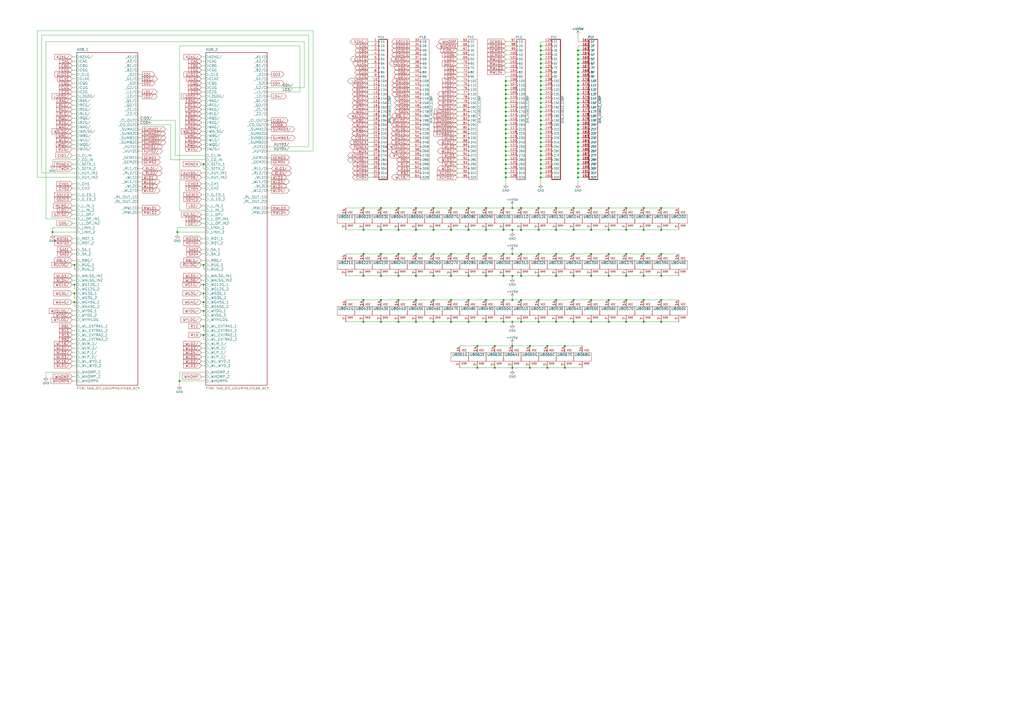
<source format=kicad_sch>
(kicad_sch (version 20211123) (generator eeschema)
  (paper "A2")
  (junction (at 335.28 85.09))
  (junction (at 313.69 85.09))
  (junction (at 332.74 147.32))
  (junction (at 335.28 62.23))
  (junction (at 251.46 173.99))
  (junction (at 335.28 34.29))
  (junction (at 297.18 200.66))
  (junction (at 312.42 120.65))
  (junction (at 292.1 120.65))
  (junction (at 307.34 213.36))
  (junction (at 335.28 29.21))
  (junction (at 43.18 175.26))
  (junction (at 293.37 69.85))
  (junction (at 313.69 74.93))
  (junction (at 373.38 133.35))
  (junction (at 313.69 87.63))
  (junction (at 297.18 160.02))
  (junction (at 292.1 186.69))
  (junction (at 313.69 49.53))
  (junction (at 313.69 97.79))
  (junction (at 342.9 120.65))
  (junction (at 281.94 186.69))
  (junction (at 297.18 173.99))
  (junction (at 363.22 120.65))
  (junction (at 271.78 173.99))
  (junction (at 335.28 67.31))
  (junction (at 210.82 120.65))
  (junction (at 307.34 200.66))
  (junction (at 373.38 120.65))
  (junction (at 313.69 26.67))
  (junction (at 313.69 80.01))
  (junction (at 335.28 100.33))
  (junction (at 317.5 200.66))
  (junction (at 313.69 72.39))
  (junction (at 220.98 120.65))
  (junction (at 312.42 160.02))
  (junction (at 335.28 54.61))
  (junction (at 261.62 147.32))
  (junction (at 30.48 134.62))
  (junction (at 118.11 180.34))
  (junction (at 261.62 160.02))
  (junction (at 313.69 92.71))
  (junction (at 313.69 44.45))
  (junction (at 261.62 120.65))
  (junction (at 293.37 54.61))
  (junction (at 271.78 160.02))
  (junction (at 342.9 160.02))
  (junction (at 293.37 97.79))
  (junction (at 281.94 120.65))
  (junction (at 118.11 194.31))
  (junction (at 313.69 67.31))
  (junction (at 220.98 133.35))
  (junction (at 293.37 72.39))
  (junction (at 118.11 189.23))
  (junction (at 302.26 133.35))
  (junction (at 353.06 186.69))
  (junction (at 297.18 147.32))
  (junction (at 335.28 72.39))
  (junction (at 293.37 46.99))
  (junction (at 335.28 90.17))
  (junction (at 293.37 92.71))
  (junction (at 332.74 186.69))
  (junction (at 293.37 85.09))
  (junction (at 281.94 133.35))
  (junction (at 231.14 173.99))
  (junction (at 281.94 160.02))
  (junction (at 302.26 160.02))
  (junction (at 292.1 147.32))
  (junction (at 251.46 120.65))
  (junction (at 383.54 147.32))
  (junction (at 231.14 186.69))
  (junction (at 322.58 120.65))
  (junction (at 335.28 59.69))
  (junction (at 373.38 160.02))
  (junction (at 220.98 173.99))
  (junction (at 342.9 173.99))
  (junction (at 302.26 173.99))
  (junction (at 276.86 213.36))
  (junction (at 251.46 147.32))
  (junction (at 231.14 147.32))
  (junction (at 313.69 46.99))
  (junction (at 281.94 147.32))
  (junction (at 118.11 175.26))
  (junction (at 322.58 147.32))
  (junction (at 312.42 186.69))
  (junction (at 241.3 160.02))
  (junction (at 353.06 160.02))
  (junction (at 353.06 147.32))
  (junction (at 287.02 213.36))
  (junction (at 342.9 147.32))
  (junction (at 261.62 133.35))
  (junction (at 293.37 62.23))
  (junction (at 327.66 213.36))
  (junction (at 383.54 186.69))
  (junction (at 383.54 120.65))
  (junction (at 271.78 120.65))
  (junction (at 293.37 95.25))
  (junction (at 292.1 160.02))
  (junction (at 293.37 102.87))
  (junction (at 313.69 52.07))
  (junction (at 313.69 82.55))
  (junction (at 293.37 49.53))
  (junction (at 332.74 133.35))
  (junction (at 292.1 173.99))
  (junction (at 293.37 90.17))
  (junction (at 313.69 57.15))
  (junction (at 335.28 57.15))
  (junction (at 313.69 54.61))
  (junction (at 335.28 97.79))
  (junction (at 104.14 220.98))
  (junction (at 210.82 160.02))
  (junction (at 293.37 64.77))
  (junction (at 293.37 57.15))
  (junction (at 293.37 80.01))
  (junction (at 241.3 173.99))
  (junction (at 302.26 147.32))
  (junction (at 287.02 200.66))
  (junction (at 43.18 170.18))
  (junction (at 313.69 34.29))
  (junction (at 293.37 52.07))
  (junction (at 335.28 102.87))
  (junction (at 241.3 120.65))
  (junction (at 293.37 74.93))
  (junction (at 292.1 133.35))
  (junction (at 313.69 59.69))
  (junction (at 43.18 153.67))
  (junction (at 335.28 64.77))
  (junction (at 327.66 200.66))
  (junction (at 241.3 147.32))
  (junction (at 118.11 95.25))
  (junction (at 231.14 160.02))
  (junction (at 335.28 69.85))
  (junction (at 210.82 133.35))
  (junction (at 363.22 173.99))
  (junction (at 313.69 29.21))
  (junction (at 342.9 186.69))
  (junction (at 335.28 82.55))
  (junction (at 118.11 170.18))
  (junction (at 313.69 64.77))
  (junction (at 293.37 67.31))
  (junction (at 313.69 90.17))
  (junction (at 335.28 52.07))
  (junction (at 332.74 120.65))
  (junction (at 335.28 39.37))
  (junction (at 118.11 165.1))
  (junction (at 271.78 186.69))
  (junction (at 313.69 31.75))
  (junction (at 335.28 44.45))
  (junction (at 313.69 62.23))
  (junction (at 276.86 200.66))
  (junction (at 312.42 133.35))
  (junction (at 335.28 41.91))
  (junction (at 297.18 133.35))
  (junction (at 322.58 133.35))
  (junction (at 271.78 133.35))
  (junction (at 281.94 173.99))
  (junction (at 373.38 147.32))
  (junction (at 322.58 186.69))
  (junction (at 313.69 36.83))
  (junction (at 210.82 173.99))
  (junction (at 271.78 147.32))
  (junction (at 335.28 49.53))
  (junction (at 251.46 133.35))
  (junction (at 118.11 153.67))
  (junction (at 220.98 147.32))
  (junction (at 241.3 133.35))
  (junction (at 363.22 147.32))
  (junction (at 383.54 133.35))
  (junction (at 335.28 74.93))
  (junction (at 293.37 82.55))
  (junction (at 43.18 165.1))
  (junction (at 313.69 77.47))
  (junction (at 335.28 92.71))
  (junction (at 335.28 36.83))
  (junction (at 220.98 186.69))
  (junction (at 293.37 87.63))
  (junction (at 293.37 77.47))
  (junction (at 373.38 186.69))
  (junction (at 293.37 100.33))
  (junction (at 241.3 186.69))
  (junction (at 251.46 160.02))
  (junction (at 210.82 186.69))
  (junction (at 335.28 87.63))
  (junction (at 312.42 147.32))
  (junction (at 363.22 160.02))
  (junction (at 313.69 102.87))
  (junction (at 363.22 133.35))
  (junction (at 383.54 160.02))
  (junction (at 363.22 186.69))
  (junction (at 313.69 95.25))
  (junction (at 342.9 133.35))
  (junction (at 261.62 186.69))
  (junction (at 335.28 95.25))
  (junction (at 353.06 120.65))
  (junction (at 313.69 39.37))
  (junction (at 297.18 213.36))
  (junction (at 302.26 120.65))
  (junction (at 293.37 59.69))
  (junction (at 317.5 213.36))
  (junction (at 383.54 173.99))
  (junction (at 353.06 133.35))
  (junction (at 302.26 186.69))
  (junction (at 102.87 134.62))
  (junction (at 335.28 46.99))
  (junction (at 335.28 31.75))
  (junction (at 332.74 173.99))
  (junction (at 313.69 100.33))
  (junction (at 335.28 77.47))
  (junction (at 312.42 173.99))
  (junction (at 231.14 120.65))
  (junction (at 210.82 147.32))
  (junction (at 261.62 173.99))
  (junction (at 322.58 173.99))
  (junction (at 322.58 160.02))
  (junction (at 251.46 186.69))
  (junction (at 220.98 160.02))
  (junction (at 353.06 173.99))
  (junction (at 231.14 133.35))
  (junction (at 332.74 160.02))
  (junction (at 297.18 186.69))
  (junction (at 373.38 173.99))
  (junction (at 297.18 120.65))
  (junction (at 335.28 80.01))
  (junction (at 313.69 69.85))
  (junction (at 313.69 41.91))
  (wire (pts (xy 26.67 215.9) (xy 26.67 218.44)))
  (wire (pts (xy 241.3 147.32) (xy 251.46 147.32)))
  (wire (pts (xy 297.18 186.69) (xy 302.26 186.69)))
  (wire (pts (xy 267.97 54.61) (xy 265.43 54.61)))
  (wire (pts (xy 293.37 87.63) (xy 293.37 90.17)))
  (wire (pts (xy 240.03 44.45) (xy 237.49 44.45)))
  (wire (pts (xy 43.18 165.1) (xy 44.45 165.1)))
  (wire (pts (xy 297.18 172.72) (xy 297.18 173.99)))
  (wire (pts (xy 154.94 107.95) (xy 157.48 107.95)))
  (wire (pts (xy 44.45 191.77) (xy 41.91 191.77)))
  (wire (pts (xy 43.18 172.72) (xy 44.45 172.72)))
  (wire (pts (xy 80.01 100.33) (xy 82.55 100.33)))
  (wire (pts (xy 313.69 67.31) (xy 316.23 67.31)))
  (wire (pts (xy 119.38 40.64) (xy 116.84 40.64)))
  (wire (pts (xy 335.28 92.71) (xy 335.28 95.25)))
  (wire (pts (xy 332.74 160.02) (xy 342.9 160.02)))
  (wire (pts (xy 251.46 186.69) (xy 261.62 186.69)))
  (wire (pts (xy 200.66 160.02) (xy 210.82 160.02)))
  (wire (pts (xy 313.69 54.61) (xy 316.23 54.61)))
  (wire (pts (xy 240.03 41.91) (xy 237.49 41.91)))
  (wire (pts (xy 313.69 69.85) (xy 313.69 72.39)))
  (wire (pts (xy 267.97 39.37) (xy 265.43 39.37)))
  (wire (pts (xy 215.9 85.09) (xy 213.36 85.09)))
  (wire (pts (xy 240.03 39.37) (xy 237.49 39.37)))
  (wire (pts (xy 118.11 177.8) (xy 119.38 177.8)))
  (wire (pts (xy 43.18 170.18) (xy 43.18 172.72)))
  (wire (pts (xy 313.69 34.29) (xy 316.23 34.29)))
  (wire (pts (xy 44.45 63.5) (xy 41.91 63.5)))
  (wire (pts (xy 373.38 133.35) (xy 383.54 133.35)))
  (wire (pts (xy 30.48 132.08) (xy 30.48 134.62)))
  (wire (pts (xy 261.62 173.99) (xy 271.78 173.99)))
  (wire (pts (xy 154.94 123.19) (xy 157.48 123.19)))
  (wire (pts (xy 44.45 132.08) (xy 30.48 132.08)))
  (wire (pts (xy 342.9 186.69) (xy 353.06 186.69)))
  (wire (pts (xy 363.22 147.32) (xy 373.38 147.32)))
  (wire (pts (xy 118.11 191.77) (xy 118.11 189.23)))
  (wire (pts (xy 200.66 120.65) (xy 210.82 120.65)))
  (wire (pts (xy 267.97 92.71) (xy 265.43 92.71)))
  (wire (pts (xy 154.94 93.98) (xy 157.48 93.98)))
  (wire (pts (xy 295.91 36.83) (xy 293.37 36.83)))
  (wire (pts (xy 261.62 160.02) (xy 271.78 160.02)))
  (wire (pts (xy 313.69 44.45) (xy 316.23 44.45)))
  (wire (pts (xy 119.38 160.02) (xy 116.84 160.02)))
  (wire (pts (xy 220.98 120.65) (xy 231.14 120.65)))
  (wire (pts (xy 267.97 97.79) (xy 265.43 97.79)))
  (wire (pts (xy 287.02 213.36) (xy 297.18 213.36)))
  (wire (pts (xy 297.18 173.99) (xy 302.26 173.99)))
  (wire (pts (xy 313.69 100.33) (xy 316.23 100.33)))
  (wire (pts (xy 335.28 24.13) (xy 335.28 20.32)))
  (wire (pts (xy 215.9 34.29) (xy 213.36 34.29)))
  (wire (pts (xy 119.38 71.12) (xy 116.84 71.12)))
  (wire (pts (xy 293.37 82.55) (xy 293.37 85.09)))
  (wire (pts (xy 154.94 87.63) (xy 181.61 87.63)))
  (wire (pts (xy 44.45 196.85) (xy 41.91 196.85)))
  (wire (pts (xy 44.45 129.54) (xy 41.91 129.54)))
  (wire (pts (xy 240.03 59.69) (xy 237.49 59.69)))
  (wire (pts (xy 241.3 173.99) (xy 251.46 173.99)))
  (wire (pts (xy 313.69 87.63) (xy 313.69 90.17)))
  (wire (pts (xy 44.45 50.8) (xy 41.91 50.8)))
  (wire (pts (xy 295.91 24.13) (xy 293.37 24.13)))
  (wire (pts (xy 240.03 74.93) (xy 237.49 74.93)))
  (wire (pts (xy 313.69 87.63) (xy 316.23 87.63)))
  (wire (pts (xy 44.45 38.1) (xy 41.91 38.1)))
  (wire (pts (xy 102.87 132.08) (xy 102.87 134.62)))
  (wire (pts (xy 213.36 82.55) (xy 215.9 82.55)))
  (wire (pts (xy 267.97 64.77) (xy 265.43 64.77)))
  (wire (pts (xy 200.66 173.99) (xy 210.82 173.99)))
  (wire (pts (xy 154.94 85.09) (xy 179.07 85.09)))
  (wire (pts (xy 313.69 46.99) (xy 313.69 49.53)))
  (wire (pts (xy 240.03 52.07) (xy 237.49 52.07)))
  (wire (pts (xy 353.06 160.02) (xy 363.22 160.02)))
  (wire (pts (xy 220.98 160.02) (xy 231.14 160.02)))
  (wire (pts (xy 24.13 20.32) (xy 24.13 100.33)))
  (wire (pts (xy 240.03 31.75) (xy 237.49 31.75)))
  (wire (pts (xy 335.28 39.37) (xy 337.82 39.37)))
  (wire (pts (xy 302.26 120.65) (xy 312.42 120.65)))
  (wire (pts (xy 297.18 119.38) (xy 297.18 120.65)))
  (wire (pts (xy 313.69 34.29) (xy 313.69 36.83)))
  (wire (pts (xy 302.26 160.02) (xy 312.42 160.02)))
  (wire (pts (xy 210.82 173.99) (xy 220.98 173.99)))
  (wire (pts (xy 154.94 53.34) (xy 173.99 53.34)))
  (wire (pts (xy 118.11 165.1) (xy 118.11 167.64)))
  (wire (pts (xy 342.9 120.65) (xy 353.06 120.65)))
  (wire (pts (xy 383.54 133.35) (xy 393.7 133.35)))
  (wire (pts (xy 293.37 85.09) (xy 295.91 85.09)))
  (wire (pts (xy 335.28 82.55) (xy 337.82 82.55)))
  (wire (pts (xy 80.01 45.72) (xy 82.55 45.72)))
  (wire (pts (xy 293.37 52.07) (xy 295.91 52.07)))
  (wire (pts (xy 287.02 200.66) (xy 297.18 200.66)))
  (wire (pts (xy 353.06 120.65) (xy 363.22 120.65)))
  (wire (pts (xy 313.69 39.37) (xy 313.69 41.91)))
  (wire (pts (xy 335.28 97.79) (xy 335.28 100.33)))
  (wire (pts (xy 295.91 41.91) (xy 293.37 41.91)))
  (wire (pts (xy 267.97 87.63) (xy 265.43 87.63)))
  (wire (pts (xy 119.38 33.02) (xy 116.84 33.02)))
  (wire (pts (xy 220.98 186.69) (xy 231.14 186.69)))
  (wire (pts (xy 293.37 72.39) (xy 295.91 72.39)))
  (wire (pts (xy 119.38 119.38) (xy 116.84 119.38)))
  (wire (pts (xy 119.38 73.66) (xy 116.84 73.66)))
  (wire (pts (xy 353.06 186.69) (xy 363.22 186.69)))
  (wire (pts (xy 104.14 215.9) (xy 104.14 220.98)))
  (wire (pts (xy 383.54 160.02) (xy 393.7 160.02)))
  (wire (pts (xy 181.61 17.78) (xy 21.59 17.78)))
  (wire (pts (xy 44.45 45.72) (xy 41.91 45.72)))
  (wire (pts (xy 44.45 124.46) (xy 41.91 124.46)))
  (wire (pts (xy 215.9 67.31) (xy 213.36 67.31)))
  (wire (pts (xy 119.38 68.58) (xy 116.84 68.58)))
  (wire (pts (xy 313.69 24.13) (xy 313.69 26.67)))
  (wire (pts (xy 154.94 69.85) (xy 157.48 69.85)))
  (wire (pts (xy 119.38 48.26) (xy 116.84 48.26)))
  (wire (pts (xy 293.37 90.17) (xy 293.37 92.71)))
  (wire (pts (xy 215.9 57.15) (xy 213.36 57.15)))
  (wire (pts (xy 119.38 138.43) (xy 116.84 138.43)))
  (wire (pts (xy 26.67 127) (xy 44.45 127)))
  (wire (pts (xy 335.28 67.31) (xy 335.28 69.85)))
  (wire (pts (xy 313.69 36.83) (xy 316.23 36.83)))
  (wire (pts (xy 119.38 53.34) (xy 116.84 53.34)))
  (wire (pts (xy 80.01 102.87) (xy 82.55 102.87)))
  (wire (pts (xy 44.45 140.97) (xy 41.91 140.97)))
  (wire (pts (xy 154.94 105.41) (xy 157.48 105.41)))
  (wire (pts (xy 332.74 147.32) (xy 342.9 147.32)))
  (wire (pts (xy 353.06 133.35) (xy 363.22 133.35)))
  (wire (pts (xy 335.28 90.17) (xy 337.82 90.17)))
  (wire (pts (xy 373.38 120.65) (xy 383.54 120.65)))
  (wire (pts (xy 335.28 46.99) (xy 335.28 49.53)))
  (wire (pts (xy 297.18 160.02) (xy 302.26 160.02)))
  (wire (pts (xy 119.38 199.39) (xy 116.84 199.39)))
  (wire (pts (xy 312.42 133.35) (xy 322.58 133.35)))
  (wire (pts (xy 322.58 186.69) (xy 332.74 186.69)))
  (wire (pts (xy 293.37 102.87) (xy 295.91 102.87)))
  (wire (pts (xy 293.37 64.77) (xy 293.37 67.31)))
  (wire (pts (xy 261.62 120.65) (xy 271.78 120.65)))
  (wire (pts (xy 119.38 134.62) (xy 102.87 134.62)))
  (wire (pts (xy 240.03 92.71) (xy 237.49 92.71)))
  (wire (pts (xy 293.37 62.23) (xy 295.91 62.23)))
  (wire (pts (xy 363.22 186.69) (xy 373.38 186.69)))
  (wire (pts (xy 215.9 62.23) (xy 213.36 62.23)))
  (wire (pts (xy 293.37 100.33) (xy 293.37 102.87)))
  (wire (pts (xy 293.37 69.85) (xy 295.91 69.85)))
  (wire (pts (xy 313.69 80.01) (xy 313.69 82.55)))
  (wire (pts (xy 237.49 69.85) (xy 240.03 69.85)))
  (wire (pts (xy 293.37 72.39) (xy 293.37 74.93)))
  (wire (pts (xy 292.1 173.99) (xy 297.18 173.99)))
  (wire (pts (xy 271.78 160.02) (xy 281.94 160.02)))
  (wire (pts (xy 44.45 160.02) (xy 41.91 160.02)))
  (wire (pts (xy 297.18 146.05) (xy 297.18 147.32)))
  (wire (pts (xy 215.9 26.67) (xy 213.36 26.67)))
  (wire (pts (xy 173.99 53.34) (xy 173.99 26.67)))
  (wire (pts (xy 231.14 120.65) (xy 241.3 120.65)))
  (wire (pts (xy 119.38 218.44) (xy 116.84 218.44)))
  (wire (pts (xy 276.86 213.36) (xy 287.02 213.36)))
  (wire (pts (xy 271.78 120.65) (xy 281.94 120.65)))
  (wire (pts (xy 119.38 100.33) (xy 116.84 100.33)))
  (wire (pts (xy 80.01 87.63) (xy 82.55 87.63)))
  (wire (pts (xy 313.69 95.25) (xy 313.69 97.79)))
  (wire (pts (xy 363.22 133.35) (xy 373.38 133.35)))
  (wire (pts (xy 215.9 97.79) (xy 213.36 97.79)))
  (wire (pts (xy 335.28 92.71) (xy 337.82 92.71)))
  (wire (pts (xy 210.82 133.35) (xy 220.98 133.35)))
  (wire (pts (xy 215.9 69.85) (xy 213.36 69.85)))
  (wire (pts (xy 80.01 93.98) (xy 82.55 93.98)))
  (wire (pts (xy 293.37 46.99) (xy 295.91 46.99)))
  (wire (pts (xy 335.28 90.17) (xy 335.28 92.71)))
  (wire (pts (xy 118.11 165.1) (xy 119.38 165.1)))
  (wire (pts (xy 313.69 52.07) (xy 316.23 52.07)))
  (wire (pts (xy 118.11 156.21) (xy 119.38 156.21)))
  (wire (pts (xy 215.9 49.53) (xy 213.36 49.53)))
  (wire (pts (xy 293.37 95.25) (xy 295.91 95.25)))
  (wire (pts (xy 312.42 186.69) (xy 322.58 186.69)))
  (wire (pts (xy 293.37 46.99) (xy 293.37 49.53)))
  (wire (pts (xy 119.38 191.77) (xy 118.11 191.77)))
  (wire (pts (xy 41.91 165.1) (xy 43.18 165.1)))
  (wire (pts (xy 313.69 31.75) (xy 313.69 34.29)))
  (wire (pts (xy 21.59 102.87) (xy 44.45 102.87)))
  (wire (pts (xy 118.11 180.34) (xy 119.38 180.34)))
  (wire (pts (xy 44.45 83.82) (xy 41.91 83.82)))
  (wire (pts (xy 80.01 97.79) (xy 82.55 97.79)))
  (wire (pts (xy 335.28 82.55) (xy 335.28 85.09)))
  (wire (pts (xy 322.58 173.99) (xy 332.74 173.99)))
  (wire (pts (xy 276.86 200.66) (xy 287.02 200.66)))
  (wire (pts (xy 293.37 59.69) (xy 293.37 62.23)))
  (wire (pts (xy 313.69 72.39) (xy 316.23 72.39)))
  (wire (pts (xy 363.22 120.65) (xy 373.38 120.65)))
  (wire (pts (xy 240.03 90.17) (xy 237.49 90.17)))
  (wire (pts (xy 335.28 97.79) (xy 337.82 97.79)))
  (wire (pts (xy 313.69 97.79) (xy 316.23 97.79)))
  (wire (pts (xy 119.38 129.54) (xy 116.84 129.54)))
  (wire (pts (xy 220.98 173.99) (xy 231.14 173.99)))
  (wire (pts (xy 302.26 186.69) (xy 312.42 186.69)))
  (wire (pts (xy 231.14 160.02) (xy 241.3 160.02)))
  (wire (pts (xy 43.18 170.18) (xy 44.45 170.18)))
  (wire (pts (xy 267.97 80.01) (xy 265.43 80.01)))
  (wire (pts (xy 293.37 80.01) (xy 293.37 82.55)))
  (wire (pts (xy 119.38 60.96) (xy 116.84 60.96)))
  (wire (pts (xy 44.45 78.74) (xy 41.91 78.74)))
  (wire (pts (xy 231.14 147.32) (xy 241.3 147.32)))
  (wire (pts (xy 154.94 43.18) (xy 157.48 43.18)))
  (wire (pts (xy 335.28 52.07) (xy 335.28 54.61)))
  (wire (pts (xy 335.28 85.09) (xy 337.82 85.09)))
  (wire (pts (xy 313.69 41.91) (xy 316.23 41.91)))
  (wire (pts (xy 271.78 147.32) (xy 281.94 147.32)))
  (wire (pts (xy 119.38 113.03) (xy 116.84 113.03)))
  (wire (pts (xy 173.99 26.67) (xy 104.14 26.67)))
  (wire (pts (xy 44.45 201.93) (xy 41.91 201.93)))
  (wire (pts (xy 215.9 100.33) (xy 213.36 100.33)))
  (wire (pts (xy 313.69 59.69) (xy 316.23 59.69)))
  (wire (pts (xy 116.84 95.25) (xy 118.11 95.25)))
  (wire (pts (xy 313.69 29.21) (xy 313.69 31.75)))
  (wire (pts (xy 267.97 74.93) (xy 265.43 74.93)))
  (wire (pts (xy 119.38 63.5) (xy 116.84 63.5)))
  (wire (pts (xy 101.6 69.85) (xy 101.6 90.17)))
  (wire (pts (xy 237.49 80.01) (xy 240.03 80.01)))
  (wire (pts (xy 266.7 200.66) (xy 276.86 200.66)))
  (wire (pts (xy 261.62 133.35) (xy 271.78 133.35)))
  (wire (pts (xy 44.45 147.32) (xy 41.91 147.32)))
  (wire (pts (xy 313.69 77.47) (xy 313.69 80.01)))
  (wire (pts (xy 335.28 87.63) (xy 335.28 90.17)))
  (wire (pts (xy 383.54 186.69) (xy 393.7 186.69)))
  (wire (pts (xy 80.01 55.88) (xy 82.55 55.88)))
  (wire (pts (xy 271.78 186.69) (xy 281.94 186.69)))
  (wire (pts (xy 293.37 69.85) (xy 293.37 72.39)))
  (wire (pts (xy 240.03 95.25) (xy 237.49 95.25)))
  (wire (pts (xy 335.28 87.63) (xy 337.82 87.63)))
  (wire (pts (xy 44.45 92.71) (xy 30.48 92.71)))
  (wire (pts (xy 267.97 34.29) (xy 265.43 34.29)))
  (wire (pts (xy 332.74 120.65) (xy 342.9 120.65)))
  (wire (pts (xy 80.01 74.93) (xy 82.55 74.93)))
  (wire (pts (xy 297.18 200.66) (xy 307.34 200.66)))
  (wire (pts (xy 293.37 97.79) (xy 293.37 100.33)))
  (wire (pts (xy 335.28 100.33) (xy 335.28 102.87)))
  (wire (pts (xy 179.07 20.32) (xy 24.13 20.32)))
  (wire (pts (xy 154.94 110.49) (xy 157.48 110.49)))
  (wire (pts (xy 240.03 26.67) (xy 237.49 26.67)))
  (wire (pts (xy 313.69 92.71) (xy 313.69 95.25)))
  (wire (pts (xy 44.45 199.39) (xy 41.91 199.39)))
  (wire (pts (xy 118.11 180.34) (xy 118.11 182.88)))
  (wire (pts (xy 267.97 57.15) (xy 265.43 57.15)))
  (wire (pts (xy 43.18 153.67) (xy 44.45 153.67)))
  (wire (pts (xy 44.45 218.44) (xy 41.91 218.44)))
  (wire (pts (xy 313.69 74.93) (xy 313.69 77.47)))
  (wire (pts (xy 44.45 109.22) (xy 41.91 109.22)))
  (wire (pts (xy 267.97 29.21) (xy 265.43 29.21)))
  (wire (pts (xy 293.37 77.47) (xy 295.91 77.47)))
  (wire (pts (xy 312.42 160.02) (xy 322.58 160.02)))
  (wire (pts (xy 313.69 54.61) (xy 313.69 57.15)))
  (wire (pts (xy 240.03 24.13) (xy 237.49 24.13)))
  (wire (pts (xy 43.18 165.1) (xy 43.18 167.64)))
  (wire (pts (xy 293.37 44.45) (xy 295.91 44.45)))
  (wire (pts (xy 313.69 102.87) (xy 316.23 102.87)))
  (wire (pts (xy 119.38 132.08) (xy 102.87 132.08)))
  (wire (pts (xy 313.69 90.17) (xy 316.23 90.17)))
  (wire (pts (xy 335.28 74.93) (xy 335.28 77.47)))
  (wire (pts (xy 313.69 100.33) (xy 313.69 102.87)))
  (wire (pts (xy 267.97 67.31) (xy 265.43 67.31)))
  (wire (pts (xy 241.3 120.65) (xy 251.46 120.65)))
  (wire (pts (xy 317.5 213.36) (xy 327.66 213.36)))
  (wire (pts (xy 293.37 74.93) (xy 293.37 77.47)))
  (wire (pts (xy 215.9 102.87) (xy 213.36 102.87)))
  (wire (pts (xy 154.94 97.79) (xy 157.48 97.79)))
  (wire (pts (xy 281.94 147.32) (xy 292.1 147.32)))
  (wire (pts (xy 119.38 124.46) (xy 116.84 124.46)))
  (wire (pts (xy 119.38 78.74) (xy 116.84 78.74)))
  (wire (pts (xy 154.94 50.8) (xy 176.53 50.8)))
  (wire (pts (xy 312.42 173.99) (xy 322.58 173.99)))
  (wire (pts (xy 44.45 53.34) (xy 41.91 53.34)))
  (wire (pts (xy 154.94 74.93) (xy 157.48 74.93)))
  (wire (pts (xy 327.66 213.36) (xy 337.82 213.36)))
  (wire (pts (xy 119.38 151.13) (xy 116.84 151.13)))
  (wire (pts (xy 215.9 46.99) (xy 213.36 46.99)))
  (wire (pts (xy 80.01 43.18) (xy 82.55 43.18)))
  (wire (pts (xy 322.58 133.35) (xy 332.74 133.35)))
  (wire (pts (xy 353.06 147.32) (xy 363.22 147.32)))
  (wire (pts (xy 116.84 194.31) (xy 118.11 194.31)))
  (wire (pts (xy 293.37 95.25) (xy 293.37 97.79)))
  (wire (pts (xy 41.91 170.18) (xy 43.18 170.18)))
  (wire (pts (xy 335.28 59.69) (xy 335.28 62.23)))
  (wire (pts (xy 295.91 29.21) (xy 293.37 29.21)))
  (wire (pts (xy 293.37 54.61) (xy 293.37 57.15)))
  (wire (pts (xy 44.45 212.09) (xy 41.91 212.09)))
  (wire (pts (xy 215.9 52.07) (xy 213.36 52.07)))
  (wire (pts (xy 293.37 90.17) (xy 295.91 90.17)))
  (wire (pts (xy 154.94 80.01) (xy 157.48 80.01)))
  (wire (pts (xy 118.11 95.25) (xy 119.38 95.25)))
  (wire (pts (xy 119.38 147.32) (xy 116.84 147.32)))
  (wire (pts (xy 335.28 36.83) (xy 337.82 36.83)))
  (wire (pts (xy 118.11 175.26) (xy 119.38 175.26)))
  (wire (pts (xy 293.37 59.69) (xy 295.91 59.69)))
  (wire (pts (xy 119.38 76.2) (xy 116.84 76.2)))
  (wire (pts (xy 335.28 49.53) (xy 335.28 52.07)))
  (wire (pts (xy 119.38 162.56) (xy 116.84 162.56)))
  (wire (pts (xy 335.28 85.09) (xy 335.28 87.63)))
  (wire (pts (xy 119.38 106.68) (xy 116.84 106.68)))
  (wire (pts (xy 267.97 36.83) (xy 265.43 36.83)))
  (wire (pts (xy 154.94 72.39) (xy 157.48 72.39)))
  (wire (pts (xy 335.28 102.87) (xy 335.28 106.68)))
  (wire (pts (xy 335.28 95.25) (xy 335.28 97.79)))
  (wire (pts (xy 335.28 59.69) (xy 337.82 59.69)))
  (wire (pts (xy 116.84 189.23) (xy 118.11 189.23)))
  (wire (pts (xy 44.45 194.31) (xy 41.91 194.31)))
  (wire (pts (xy 44.45 71.12) (xy 41.91 71.12)))
  (wire (pts (xy 267.97 49.53) (xy 265.43 49.53)))
  (wire (pts (xy 80.01 48.26) (xy 82.55 48.26)))
  (wire (pts (xy 241.3 160.02) (xy 251.46 160.02)))
  (wire (pts (xy 44.45 162.56) (xy 41.91 162.56)))
  (wire (pts (xy 118.11 196.85) (xy 118.11 194.31)))
  (wire (pts (xy 41.91 175.26) (xy 43.18 175.26)))
  (wire (pts (xy 297.18 213.36) (xy 307.34 213.36)))
  (wire (pts (xy 297.18 147.32) (xy 302.26 147.32)))
  (wire (pts (xy 99.06 92.71) (xy 119.38 92.71)))
  (wire (pts (xy 80.01 69.85) (xy 101.6 69.85)))
  (wire (pts (xy 44.45 115.57) (xy 41.91 115.57)))
  (wire (pts (xy 44.45 66.04) (xy 41.91 66.04)))
  (wire (pts (xy 116.84 180.34) (xy 118.11 180.34)))
  (wire (pts (xy 297.18 133.35) (xy 302.26 133.35)))
  (wire (pts (xy 313.69 31.75) (xy 316.23 31.75)))
  (wire (pts (xy 119.38 196.85) (xy 118.11 196.85)))
  (wire (pts (xy 44.45 35.56) (xy 41.91 35.56)))
  (wire (pts (xy 261.62 186.69) (xy 271.78 186.69)))
  (wire (pts (xy 313.69 39.37) (xy 316.23 39.37)))
  (wire (pts (xy 302.26 173.99) (xy 312.42 173.99)))
  (wire (pts (xy 342.9 133.35) (xy 353.06 133.35)))
  (wire (pts (xy 119.38 207.01) (xy 116.84 207.01)))
  (wire (pts (xy 313.69 62.23) (xy 313.69 64.77)))
  (wire (pts (xy 261.62 147.32) (xy 271.78 147.32)))
  (wire (pts (xy 200.66 186.69) (xy 210.82 186.69)))
  (wire (pts (xy 241.3 133.35) (xy 251.46 133.35)))
  (wire (pts (xy 240.03 102.87) (xy 237.49 102.87)))
  (wire (pts (xy 118.11 153.67) (xy 118.11 156.21)))
  (wire (pts (xy 313.69 90.17) (xy 313.69 92.71)))
  (wire (pts (xy 363.22 173.99) (xy 373.38 173.99)))
  (wire (pts (xy 241.3 186.69) (xy 251.46 186.69)))
  (wire (pts (xy 24.13 100.33) (xy 44.45 100.33)))
  (wire (pts (xy 251.46 120.65) (xy 261.62 120.65)))
  (wire (pts (xy 41.91 153.67) (xy 43.18 153.67)))
  (wire (pts (xy 302.26 147.32) (xy 312.42 147.32)))
  (wire (pts (xy 271.78 133.35) (xy 281.94 133.35)))
  (wire (pts (xy 292.1 120.65) (xy 297.18 120.65)))
  (wire (pts (xy 80.01 53.34) (xy 82.55 53.34)))
  (wire (pts (xy 267.97 102.87) (xy 265.43 102.87)))
  (wire (pts (xy 267.97 77.47) (xy 265.43 77.47)))
  (wire (pts (xy 267.97 24.13) (xy 265.43 24.13)))
  (wire (pts (xy 337.82 29.21) (xy 335.28 29.21)))
  (wire (pts (xy 30.48 134.62) (xy 30.48 135.89)))
  (wire (pts (xy 267.97 59.69) (xy 265.43 59.69)))
  (wire (pts (xy 43.18 175.26) (xy 44.45 175.26)))
  (wire (pts (xy 220.98 147.32) (xy 231.14 147.32)))
  (wire (pts (xy 313.69 82.55) (xy 316.23 82.55)))
  (wire (pts (xy 335.28 62.23) (xy 337.82 62.23)))
  (wire (pts (xy 119.38 144.78) (xy 116.84 144.78)))
  (wire (pts (xy 119.38 38.1) (xy 116.84 38.1)))
  (wire (pts (xy 240.03 97.79) (xy 237.49 97.79)))
  (wire (pts (xy 215.9 90.17) (xy 213.36 90.17)))
  (wire (pts (xy 322.58 147.32) (xy 332.74 147.32)))
  (wire (pts (xy 215.9 31.75) (xy 213.36 31.75)))
  (wire (pts (xy 313.69 72.39) (xy 313.69 74.93)))
  (wire (pts (xy 267.97 41.91) (xy 265.43 41.91)))
  (wire (pts (xy 99.06 72.39) (xy 99.06 92.71)))
  (wire (pts (xy 293.37 67.31) (xy 295.91 67.31)))
  (wire (pts (xy 335.28 77.47) (xy 337.82 77.47)))
  (wire (pts (xy 80.01 110.49) (xy 82.55 110.49)))
  (wire (pts (xy 215.9 41.91) (xy 213.36 41.91)))
  (wire (pts (xy 267.97 90.17) (xy 265.43 90.17)))
  (wire (pts (xy 240.03 67.31) (xy 237.49 67.31)))
  (wire (pts (xy 297.18 120.65) (xy 302.26 120.65)))
  (wire (pts (xy 293.37 74.93) (xy 295.91 74.93)))
  (wire (pts (xy 267.97 44.45) (xy 265.43 44.45)))
  (wire (pts (xy 119.38 43.18) (xy 116.84 43.18)))
  (wire (pts (xy 313.69 85.09) (xy 313.69 87.63)))
  (wire (pts (xy 313.69 57.15) (xy 316.23 57.15)))
  (wire (pts (xy 215.9 77.47) (xy 213.36 77.47)))
  (wire (pts (xy 281.94 133.35) (xy 292.1 133.35)))
  (wire (pts (xy 267.97 26.67) (xy 265.43 26.67)))
  (wire (pts (xy 313.69 95.25) (xy 316.23 95.25)))
  (wire (pts (xy 313.69 52.07) (xy 313.69 54.61)))
  (wire (pts (xy 316.23 26.67) (xy 313.69 26.67)))
  (wire (pts (xy 267.97 69.85) (xy 265.43 69.85)))
  (wire (pts (xy 281.94 120.65) (xy 292.1 120.65)))
  (wire (pts (xy 292.1 133.35) (xy 297.18 133.35)))
  (wire (pts (xy 215.9 64.77) (xy 213.36 64.77)))
  (wire (pts (xy 240.03 29.21) (xy 237.49 29.21)))
  (wire (pts (xy 327.66 200.66) (xy 337.82 200.66)))
  (wire (pts (xy 80.01 72.39) (xy 99.06 72.39)))
  (wire (pts (xy 313.69 36.83) (xy 313.69 39.37)))
  (wire (pts (xy 119.38 81.28) (xy 116.84 81.28)))
  (wire (pts (xy 267.97 95.25) (xy 265.43 95.25)))
  (wire (pts (xy 240.03 57.15) (xy 237.49 57.15)))
  (wire (pts (xy 119.38 220.98) (xy 104.14 220.98)))
  (wire (pts (xy 44.45 106.68) (xy 41.91 106.68)))
  (wire (pts (xy 293.37 92.71) (xy 293.37 95.25)))
  (wire (pts (xy 44.45 58.42) (xy 41.91 58.42)))
  (wire (pts (xy 44.45 121.92) (xy 41.91 121.92)))
  (wire (pts (xy 373.38 160.02) (xy 383.54 160.02)))
  (wire (pts (xy 104.14 121.92) (xy 119.38 121.92)))
  (wire (pts (xy 44.45 189.23) (xy 41.91 189.23)))
  (wire (pts (xy 181.61 87.63) (xy 181.61 17.78)))
  (wire (pts (xy 281.94 186.69) (xy 292.1 186.69)))
  (wire (pts (xy 302.26 133.35) (xy 312.42 133.35)))
  (wire (pts (xy 154.94 55.88) (xy 157.48 55.88)))
  (wire (pts (xy 240.03 100.33) (xy 237.49 100.33)))
  (wire (pts (xy 119.38 66.04) (xy 116.84 66.04)))
  (wire (pts (xy 332.74 186.69) (xy 342.9 186.69)))
  (wire (pts (xy 313.69 46.99) (xy 316.23 46.99)))
  (wire (pts (xy 335.28 67.31) (xy 337.82 67.31)))
  (wire (pts (xy 313.69 57.15) (xy 313.69 59.69)))
  (wire (pts (xy 335.28 102.87) (xy 337.82 102.87)))
  (wire (pts (xy 322.58 120.65) (xy 332.74 120.65)))
  (wire (pts (xy 335.28 64.77) (xy 335.28 67.31)))
  (wire (pts (xy 295.91 31.75) (xy 293.37 31.75)))
  (wire (pts (xy 44.45 113.03) (xy 41.91 113.03)))
  (wire (pts (xy 383.54 147.32) (xy 393.7 147.32)))
  (wire (pts (xy 43.18 167.64) (xy 44.45 167.64)))
  (wire (pts (xy 293.37 102.87) (xy 293.37 106.68)))
  (wire (pts (xy 119.38 50.8) (xy 116.84 50.8)))
  (wire (pts (xy 316.23 24.13) (xy 313.69 24.13)))
  (wire (pts (xy 295.91 34.29) (xy 293.37 34.29)))
  (wire (pts (xy 215.9 95.25) (xy 213.36 95.25)))
  (wire (pts (xy 237.49 82.55) (xy 240.03 82.55)))
  (wire (pts (xy 292.1 147.32) (xy 297.18 147.32)))
  (wire (pts (xy 295.91 39.37) (xy 293.37 39.37)))
  (wire (pts (xy 335.28 34.29) (xy 335.28 36.83)))
  (wire (pts (xy 240.03 46.99) (xy 237.49 46.99)))
  (wire (pts (xy 335.28 62.23) (xy 335.28 64.77)))
  (wire (pts (xy 240.03 49.53) (xy 237.49 49.53)))
  (wire (pts (xy 293.37 92.71) (xy 295.91 92.71)))
  (wire (pts (xy 267.97 72.39) (xy 265.43 72.39)))
  (wire (pts (xy 119.38 102.87) (xy 116.84 102.87)))
  (wire (pts (xy 44.45 207.01) (xy 41.91 207.01)))
  (wire (pts (xy 116.84 153.67) (xy 118.11 153.67)))
  (wire (pts (xy 293.37 85.09) (xy 293.37 87.63)))
  (wire (pts (xy 307.34 200.66) (xy 317.5 200.66)))
  (wire (pts (xy 313.69 59.69) (xy 313.69 62.23)))
  (wire (pts (xy 267.97 62.23) (xy 265.43 62.23)))
  (wire (pts (xy 118.11 167.64) (xy 119.38 167.64)))
  (wire (pts (xy 322.58 160.02) (xy 332.74 160.02)))
  (wire (pts (xy 335.28 100.33) (xy 337.82 100.33)))
  (wire (pts (xy 251.46 147.32) (xy 261.62 147.32)))
  (wire (pts (xy 102.87 134.62) (xy 102.87 135.89)))
  (wire (pts (xy 104.14 215.9) (xy 119.38 215.9)))
  (wire (pts (xy 313.69 29.21) (xy 316.23 29.21)))
  (wire (pts (xy 293.37 77.47) (xy 293.37 80.01)))
  (wire (pts (xy 118.11 189.23) (xy 119.38 189.23)))
  (wire (pts (xy 80.01 91.44) (xy 82.55 91.44)))
  (wire (pts (xy 119.38 140.97) (xy 116.84 140.97)))
  (wire (pts (xy 293.37 57.15) (xy 295.91 57.15)))
  (wire (pts (xy 44.45 55.88) (xy 41.91 55.88)))
  (wire (pts (xy 383.54 173.99) (xy 393.7 173.99)))
  (wire (pts (xy 215.9 29.21) (xy 213.36 29.21)))
  (wire (pts (xy 313.69 62.23) (xy 316.23 62.23)))
  (wire (pts (xy 335.28 72.39) (xy 335.28 74.93)))
  (wire (pts (xy 297.18 160.02) (xy 297.18 161.29)))
  (wire (pts (xy 154.94 120.65) (xy 157.48 120.65)))
  (wire (pts (xy 313.69 67.31) (xy 313.69 69.85)))
  (wire (pts (xy 101.6 90.17) (xy 119.38 90.17)))
  (wire (pts (xy 293.37 44.45) (xy 293.37 46.99)))
  (wire (pts (xy 335.28 44.45) (xy 335.28 46.99)))
  (wire (pts (xy 313.69 26.67) (xy 313.69 29.21)))
  (wire (pts (xy 231.14 133.35) (xy 241.3 133.35)))
  (wire (pts (xy 44.45 185.42) (xy 41.91 185.42)))
  (wire (pts (xy 215.9 92.71) (xy 213.36 92.71)))
  (wire (pts (xy 43.18 156.21) (xy 44.45 156.21)))
  (wire (pts (xy 342.9 147.32) (xy 353.06 147.32)))
  (wire (pts (xy 119.38 45.72) (xy 116.84 45.72)))
  (wire (pts (xy 215.9 80.01) (xy 213.36 80.01)))
  (wire (pts (xy 293.37 80.01) (xy 295.91 80.01)))
  (wire (pts (xy 335.28 49.53) (xy 337.82 49.53)))
  (wire (pts (xy 313.69 77.47) (xy 316.23 77.47)))
  (wire (pts (xy 293.37 49.53) (xy 293.37 52.07)))
  (wire (pts (xy 119.38 86.36) (xy 116.84 86.36)))
  (wire (pts (xy 297.18 213.36) (xy 297.18 214.63)))
  (wire (pts (xy 44.45 144.78) (xy 41.91 144.78)))
  (wire (pts (xy 342.9 173.99) (xy 353.06 173.99)))
  (wire (pts (xy 267.97 52.07) (xy 265.43 52.07)))
  (wire (pts (xy 44.45 43.18) (xy 41.91 43.18)))
  (wire (pts (xy 267.97 100.33) (xy 265.43 100.33)))
  (wire (pts (xy 313.69 97.79) (xy 313.69 100.33)))
  (wire (pts (xy 335.28 95.25) (xy 337.82 95.25)))
  (wire (pts (xy 335.28 41.91) (xy 337.82 41.91)))
  (wire (pts (xy 119.38 212.09) (xy 116.84 212.09)))
  (wire (pts (xy 267.97 85.09) (xy 265.43 85.09)))
  (wire (pts (xy 293.37 49.53) (xy 295.91 49.53)))
  (wire (pts (xy 44.45 86.36) (xy 41.91 86.36)))
  (wire (pts (xy 231.14 186.69) (xy 241.3 186.69)))
  (wire (pts (xy 215.9 72.39) (xy 213.36 72.39)))
  (wire (pts (xy 44.45 182.88) (xy 41.91 182.88)))
  (wire (pts (xy 313.69 41.91) (xy 313.69 44.45)))
  (wire (pts (xy 119.38 185.42) (xy 116.84 185.42)))
  (wire (pts (xy 231.14 173.99) (xy 241.3 173.99)))
  (wire (pts (xy 335.28 29.21) (xy 335.28 31.75)))
  (wire (pts (xy 335.28 72.39) (xy 337.82 72.39)))
  (wire (pts (xy 154.94 102.87) (xy 157.48 102.87)))
  (wire (pts (xy 266.7 213.36) (xy 276.86 213.36)))
  (wire (pts (xy 21.59 17.78) (xy 21.59 102.87)))
  (wire (pts (xy 118.11 153.67) (xy 119.38 153.67)))
  (wire (pts (xy 104.14 220.98) (xy 104.14 223.52)))
  (wire (pts (xy 312.42 120.65) (xy 322.58 120.65)))
  (wire (pts (xy 119.38 83.82) (xy 116.84 83.82)))
  (wire (pts (xy 293.37 62.23) (xy 293.37 64.77)))
  (wire (pts (xy 44.45 73.66) (xy 41.91 73.66)))
  (wire (pts (xy 179.07 85.09) (xy 179.07 20.32)))
  (wire (pts (xy 116.84 175.26) (xy 118.11 175.26)))
  (wire (pts (xy 118.11 97.79) (xy 119.38 97.79)))
  (wire (pts (xy 215.9 59.69) (xy 213.36 59.69)))
  (wire (pts (xy 44.45 220.98) (xy 41.91 220.98)))
  (wire (pts (xy 251.46 173.99) (xy 261.62 173.99)))
  (wire (pts (xy 215.9 74.93) (xy 213.36 74.93)))
  (wire (pts (xy 313.69 92.71) (xy 316.23 92.71)))
  (wire (pts (xy 26.67 24.13) (xy 26.67 127)))
  (wire (pts (xy 240.03 34.29) (xy 237.49 34.29)))
  (wire (pts (xy 44.45 204.47) (xy 41.91 204.47)))
  (wire (pts (xy 118.11 182.88) (xy 119.38 182.88)))
  (wire (pts (xy 210.82 147.32) (xy 220.98 147.32)))
  (wire (pts (xy 251.46 133.35) (xy 261.62 133.35)))
  (wire (pts (xy 44.45 134.62) (xy 30.48 134.62)))
  (wire (pts (xy 335.28 31.75) (xy 337.82 31.75)))
  (wire (pts (xy 335.28 26.67) (xy 335.28 29.21)))
  (wire (pts (xy 215.9 87.63) (xy 213.36 87.63)))
  (wire (pts (xy 293.37 97.79) (xy 295.91 97.79)))
  (wire (pts (xy 119.38 127) (xy 116.84 127)))
  (wire (pts (xy 119.38 35.56) (xy 116.84 35.56)))
  (wire (pts (xy 43.18 177.8) (xy 44.45 177.8)))
  (wire (pts (xy 267.97 82.55) (xy 265.43 82.55)))
  (wire (pts (xy 297.18 199.39) (xy 297.18 200.66)))
  (wire (pts (xy 293.37 87.63) (xy 295.91 87.63)))
  (wire (pts (xy 313.69 74.93) (xy 316.23 74.93)))
  (wire (pts (xy 297.18 186.69) (xy 297.18 187.96)))
  (wire (pts (xy 313.69 49.53) (xy 313.69 52.07)))
  (wire (pts (xy 240.03 85.09) (xy 237.49 85.09)))
  (wire (pts (xy 44.45 40.64) (xy 41.91 40.64)))
  (wire (pts (xy 43.18 175.26) (xy 43.18 177.8)))
  (wire (pts (xy 335.28 26.67) (xy 337.82 26.67)))
  (wire (pts (xy 215.9 54.61) (xy 213.36 54.61)))
  (wire (pts (xy 44.45 81.28) (xy 41.91 81.28)))
  (wire (pts (xy 293.37 57.15) (xy 293.37 59.69)))
  (wire (pts (xy 335.28 39.37) (xy 335.28 41.91)))
  (wire (pts (xy 220.98 133.35) (xy 231.14 133.35)))
  (wire (pts (xy 44.45 209.55) (xy 41.91 209.55)))
  (wire (pts (xy 363.22 160.02) (xy 373.38 160.02)))
  (wire (pts (xy 335.28 80.01) (xy 335.28 82.55)))
  (wire (pts (xy 281.94 173.99) (xy 292.1 173.99)))
  (wire (pts (xy 200.66 147.32) (xy 210.82 147.32)))
  (wire (pts (xy 118.11 95.25) (xy 118.11 97.79)))
  (wire (pts (xy 383.54 120.65) (xy 393.7 120.65)))
  (wire (pts (xy 154.94 48.26) (xy 157.48 48.26)))
  (wire (pts (xy 80.01 80.01) (xy 82.55 80.01)))
  (wire (pts (xy 80.01 120.65) (xy 82.55 120.65)))
  (wire (pts (xy 332.74 133.35) (xy 342.9 133.35)))
  (wire (pts (xy 271.78 173.99) (xy 281.94 173.99)))
  (wire (pts (xy 44.45 76.2) (xy 41.91 76.2)))
  (wire (pts (xy 337.82 24.13) (xy 335.28 24.13)))
  (wire (pts (xy 210.82 186.69) (xy 220.98 186.69)))
  (wire (pts (xy 119.38 58.42) (xy 116.84 58.42)))
  (wire (pts (xy 335.28 69.85) (xy 337.82 69.85)))
  (wire (pts (xy 335.28 54.61) (xy 337.82 54.61)))
  (wire (pts (xy 335.28 69.85) (xy 335.28 72.39)))
  (wire (pts (xy 293.37 82.55) (xy 295.91 82.55)))
  (wire (pts (xy 210.82 160.02) (xy 220.98 160.02)))
  (wire (pts (xy 313.69 85.09) (xy 316.23 85.09)))
  (wire (pts (xy 119.38 209.55) (xy 116.84 209.55)))
  (wire (pts (xy 104.14 26.67) (xy 104.14 121.92)))
  (wire (pts (xy 335.28 52.07) (xy 337.82 52.07)))
  (wire (pts (xy 43.18 153.67) (xy 43.18 156.21)))
  (wire (pts (xy 335.28 57.15) (xy 335.28 59.69)))
  (wire (pts (xy 335.28 46.99) (xy 337.82 46.99)))
  (wire (pts (xy 293.37 67.31) (xy 293.37 69.85)))
  (wire (pts (xy 237.49 77.47) (xy 240.03 77.47)))
  (wire (pts (xy 215.9 44.45) (xy 213.36 44.45)))
  (wire (pts (xy 80.01 77.47) (xy 82.55 77.47)))
  (wire (pts (xy 118.11 170.18) (xy 118.11 172.72)))
  (wire (pts (xy 116.84 165.1) (xy 118.11 165.1)))
  (wire (pts (xy 44.45 95.25) (xy 41.91 95.25)))
  (wire (pts (xy 313.69 64.77) (xy 313.69 67.31)))
  (wire (pts (xy 313.69 69.85) (xy 316.23 69.85)))
  (wire (pts (xy 119.38 55.88) (xy 116.84 55.88)))
  (wire (pts (xy 313.69 44.45) (xy 313.69 46.99)))
  (wire (pts (xy 293.37 52.07) (xy 293.37 54.61)))
  (wire (pts (xy 176.53 50.8) (xy 176.53 24.13)))
  (wire (pts (xy 44.45 215.9) (xy 26.67 215.9)))
  (wire (pts (xy 44.45 180.34) (xy 41.91 180.34)))
  (wire (pts (xy 44.45 119.38) (xy 41.91 119.38)))
  (wire (pts (xy 200.66 133.35) (xy 210.82 133.35)))
  (wire (pts (xy 80.01 107.95) (xy 82.55 107.95)))
  (wire (pts (xy 297.18 133.35) (xy 297.18 134.62)))
  (wire (pts (xy 44.45 68.58) (xy 41.91 68.58)))
  (wire (pts (xy 353.06 173.99) (xy 363.22 173.99)))
  (wire (pts (xy 292.1 160.02) (xy 297.18 160.02)))
  (wire (pts (xy 335.28 74.93) (xy 337.82 74.93)))
  (wire (pts (xy 335.28 57.15) (xy 337.82 57.15)))
  (wire (pts (xy 335.28 64.77) (xy 337.82 64.77)))
  (wire (pts (xy 281.94 160.02) (xy 292.1 160.02)))
  (wire (pts (xy 210.82 120.65) (xy 220.98 120.65)))
  (wire (pts (xy 215.9 24.13) (xy 213.36 24.13)))
  (wire (pts (xy 295.91 26.67) (xy 293.37 26.67)))
  (wire (pts (xy 335.28 44.45) (xy 337.82 44.45)))
  (wire (pts (xy 335.28 41.91) (xy 335.28 44.45)))
  (wire (pts (xy 293.37 54.61) (xy 295.91 54.61)))
  (wire (pts (xy 335.28 31.75) (xy 335.28 34.29)))
  (wire (pts (xy 119.38 204.47) (xy 116.84 204.47)))
  (wire (pts (xy 176.53 24.13) (xy 26.67 24.13)))
  (wire (pts (xy 118.11 175.26) (xy 118.11 177.8)))
  (wire (pts (xy 119.38 109.22) (xy 116.84 109.22)))
  (wire (pts (xy 80.01 105.41) (xy 82.55 105.41)))
  (wire (pts (xy 342.9 160.02) (xy 353.06 160.02)))
  (wire (pts (xy 373.38 173.99) (xy 383.54 173.99)))
  (wire (pts (xy 313.69 82.55) (xy 313.69 85.09)))
  (wire (pts (xy 313.69 49.53) (xy 316.23 49.53)))
  (wire (pts (xy 335.28 54.61) (xy 335.28 57.15)))
  (wire (pts (xy 292.1 186.69) (xy 297.18 186.69)))
  (wire (pts (xy 118.11 170.18) (xy 119.38 170.18)))
  (wire (pts (xy 215.9 36.83) (xy 213.36 36.83)))
  (wire (pts (xy 240.03 64.77) (xy 237.49 64.77)))
  (wire (pts (xy 240.03 72.39) (xy 237.49 72.39)))
  (wire (pts (xy 80.01 123.19) (xy 82.55 123.19)))
  (wire (pts (xy 240.03 87.63) (xy 237.49 87.63)))
  (wire (pts (xy 154.94 91.44) (xy 157.48 91.44)))
  (wire (pts (xy 44.45 97.79) (xy 41.91 97.79)))
  (wire (pts (xy 313.69 64.77) (xy 316.23 64.77)))
  (wire (pts (xy 44.45 60.96) (xy 41.91 60.96)))
  (wire (pts (xy 44.45 33.02) (xy 41.91 33.02)))
  (wire (pts (xy 293.37 100.33) (xy 295.91 100.33)))
  (wire (pts (xy 313.69 80.01) (xy 316.23 80.01)))
  (wire (pts (xy 293.37 64.77) (xy 295.91 64.77)))
  (wire (pts (xy 215.9 39.37) (xy 213.36 39.37)))
  (wire (pts (xy 335.28 36.83) (xy 335.28 39.37)))
  (wire (pts (xy 240.03 54.61) (xy 237.49 54.61)))
  (wire (pts (xy 335.28 34.29) (xy 337.82 34.29)))
  (wire (pts (xy 240.03 62.23) (xy 237.49 62.23)))
  (wire (pts (xy 240.03 36.83) (xy 237.49 36.83)))
  (wire (pts (xy 80.01 85.09) (xy 82.55 85.09)))
  (wire (pts (xy 267.97 46.99) (xy 265.43 46.99)))
  (wire (pts (xy 332.74 173.99) (xy 342.9 173.99)))
  (wire (pts (xy 119.38 115.57) (xy 116.84 115.57)))
  (wire (pts (xy 312.42 147.32) (xy 322.58 147.32)))
  (wire (pts (xy 317.5 200.66) (xy 327.66 200.66)))
  (wire (pts (xy 251.46 160.02) (xy 261.62 160.02)))
  (wire (pts (xy 373.38 186.69) (xy 383.54 186.69)))
  (wire (pts (xy 154.94 100.33) (xy 157.48 100.33)))
  (wire (pts (xy 44.45 138.43) (xy 41.91 138.43)))
  (wire (pts (xy 267.97 31.75) (xy 265.43 31.75)))
  (wire (pts (xy 335.28 80.01) (xy 337.82 80.01)))
  (wire (pts (xy 307.34 213.36) (xy 317.5 213.36)))
  (wire (pts (xy 118.11 194.31) (xy 119.38 194.31)))
  (wire (pts (xy 44.45 90.17) (xy 41.91 90.17)))
  (wire (pts (xy 373.38 147.32) (xy 383.54 147.32)))
  (wire (pts (xy 119.38 201.93) (xy 116.84 201.93)))
  (wire (pts (xy 116.84 170.18) (xy 118.11 170.18)))
  (wire (pts (xy 118.11 172.72) (xy 119.38 172.72)))
  (wire (pts (xy 44.45 48.26) (xy 41.91 48.26)))
  (wire (pts (xy 30.48 92.71) (xy 30.48 95.25)))
  (wire (pts (xy 313.69 102.87) (xy 313.69 106.68)))
  (wire (pts (xy 44.45 151.13) (xy 41.91 151.13)))
  (wire (pts (xy 335.28 77.47) (xy 335.28 80.01)))
  (wire (pts (xy 80.01 82.55) (xy 82.55 82.55)))
  (label "L03/" (at 163.83 53.34 0) (effects (font (size 1.524 1.524))))
  (label "CI03/" (at 81.28 69.85 0) (effects (font (size 1.524 1.524))))
  (label "XUY03/" (at 158.75 85.09 0) (effects (font (size 1.524 1.524))))
  (label "CO04" (at 81.28 72.39 0) (effects (font (size 1.524 1.524))))
  (label "XUY04/" (at 158.75 87.63 0) (effects (font (size 1.524 1.524))))
  (label "G04/" (at 163.83 50.8 0) (effects (font (size 1.524 1.524))))
  (global_label "XUY02/" (shape input) (at 265.43 102.87 180) (effects (font (size 1.524 1.524))) (property "Intersheet References" "${INTERSHEET_REFS}" (effects hide)))
  (global_label "A2XG/" (shape output) (at 213.36 24.13 180) (effects (font (size 1.524 1.524))) (property "Intersheet References" "${INTERSHEET_REFS}" (effects hide)))
  (global_label "R15" (shape output) (at 237.49 97.79 180) (effects (font (size 1.524 1.524))) (property "Intersheet References" "${INTERSHEET_REFS}" (effects hide)))
  (global_label "WL02" (shape input) (at 265.43 85.09 180) (effects (font (size 1.524 1.524))) (property "Intersheet References" "${INTERSHEET_REFS}" (effects hide)))
  (global_label "CH02" (shape output) (at 213.36 97.79 180) (effects (font (size 1.524 1.524))) (property "Intersheet References" "${INTERSHEET_REFS}" (effects hide)))
  (global_label "GEM04" (shape input) (at 293.37 31.75 180) (effects (font (size 1.524 1.524))) (property "Intersheet References" "${INTERSHEET_REFS}" (effects hide)))
  (global_label "CLXC" (shape input) (at 41.91 45.72 180) (effects (font (size 1.524 1.524))) (property "Intersheet References" "${INTERSHEET_REFS}" (effects hide)))
  (global_label "RL02/" (shape bidirectional) (at 265.43 57.15 180) (effects (font (size 1.524 1.524))) (property "Intersheet References" "${INTERSHEET_REFS}" (effects hide)))
  (global_label "XUY06/" (shape input) (at 116.84 102.87 180) (effects (font (size 1.524 1.524))) (property "Intersheet References" "${INTERSHEET_REFS}" (effects hide)))
  (global_label "MDT03" (shape input) (at 116.84 138.43 180) (effects (font (size 1.524 1.524))) (property "Intersheet References" "${INTERSHEET_REFS}" (effects hide)))
  (global_label "G07/" (shape input) (at 116.84 129.54 180) (effects (font (size 1.524 1.524))) (property "Intersheet References" "${INTERSHEET_REFS}" (effects hide)))
  (global_label "RBLG/" (shape input) (at 41.91 151.13 180) (effects (font (size 1.524 1.524))) (property "Intersheet References" "${INTERSHEET_REFS}" (effects hide)))
  (global_label "MDT01" (shape output) (at 237.49 46.99 180) (effects (font (size 1.524 1.524))) (property "Intersheet References" "${INTERSHEET_REFS}" (effects hide)))
  (global_label "MDT04" (shape input) (at 116.84 140.97 180) (effects (font (size 1.524 1.524))) (property "Intersheet References" "${INTERSHEET_REFS}" (effects hide)))
  (global_label "MWL04" (shape input) (at 293.37 41.91 180) (effects (font (size 1.524 1.524))) (property "Intersheet References" "${INTERSHEET_REFS}" (effects hide)))
  (global_label "WL04/" (shape output) (at 157.48 110.49 0) (effects (font (size 1.524 1.524))) (property "Intersheet References" "${INTERSHEET_REFS}" (effects hide)))
  (global_label "MDT03" (shape output) (at 237.49 52.07 180) (effects (font (size 1.524 1.524))) (property "Intersheet References" "${INTERSHEET_REFS}" (effects hide)))
  (global_label "RGG/" (shape input) (at 41.91 63.5 180) (effects (font (size 1.524 1.524))) (property "Intersheet References" "${INTERSHEET_REFS}" (effects hide)))
  (global_label "MWL01" (shape input) (at 293.37 34.29 180) (effects (font (size 1.524 1.524))) (property "Intersheet References" "${INTERSHEET_REFS}" (effects hide)))
  (global_label "RL01/" (shape bidirectional) (at 265.43 54.61 180) (effects (font (size 1.524 1.524))) (property "Intersheet References" "${INTERSHEET_REFS}" (effects hide)))
  (global_label "A2XG/" (shape input) (at 41.91 33.02 180) (effects (font (size 1.524 1.524))) (property "Intersheet References" "${INTERSHEET_REFS}" (effects hide)))
  (global_label "WL03/" (shape output) (at 157.48 105.41 0) (effects (font (size 1.524 1.524))) (property "Intersheet References" "${INTERSHEET_REFS}" (effects hide)))
  (global_label "CZG" (shape input) (at 116.84 53.34 180) (effects (font (size 1.524 1.524))) (property "Intersheet References" "${INTERSHEET_REFS}" (effects hide)))
  (global_label "RZG/" (shape output) (at 213.36 62.23 180) (effects (font (size 1.524 1.524))) (property "Intersheet References" "${INTERSHEET_REFS}" (effects hide)))
  (global_label "PONEX" (shape input) (at 41.91 95.25 180) (effects (font (size 1.524 1.524))) (property "Intersheet References" "${INTERSHEET_REFS}" (effects hide)))
  (global_label "G2LSG/" (shape input) (at 41.91 124.46 180) (effects (font (size 1.524 1.524))) (property "Intersheet References" "${INTERSHEET_REFS}" (effects hide)))
  (global_label "SUMA03/" (shape input) (at 265.43 74.93 180) (effects (font (size 1.524 1.524))) (property "Intersheet References" "${INTERSHEET_REFS}" (effects hide)))
  (global_label "WG4G/" (shape input) (at 41.91 175.26 180) (effects (font (size 1.524 1.524))) (property "Intersheet References" "${INTERSHEET_REFS}" (effects hide)))
  (global_label "WYLOG/" (shape output) (at 237.49 90.17 180) (effects (font (size 1.524 1.524))) (property "Intersheet References" "${INTERSHEET_REFS}" (effects hide)))
  (global_label "WL02/" (shape input) (at 116.84 199.39 180) (effects (font (size 1.524 1.524))) (property "Intersheet References" "${INTERSHEET_REFS}" (effects hide)))
  (global_label "WLG/" (shape input) (at 116.84 81.28 180) (effects (font (size 1.524 1.524))) (property "Intersheet References" "${INTERSHEET_REFS}" (effects hide)))
  (global_label "A2XG/" (shape input) (at 116.84 33.02 180) (effects (font (size 1.524 1.524))) (property "Intersheet References" "${INTERSHEET_REFS}" (effects hide)))
  (global_label "SA02" (shape input) (at 41.91 147.32 180) (effects (font (size 1.524 1.524))) (property "Intersheet References" "${INTERSHEET_REFS}" (effects hide)))
  (global_label "CAG" (shape output) (at 213.36 26.67 180) (effects (font (size 1.524 1.524))) (property "Intersheet References" "${INTERSHEET_REFS}" (effects hide)))
  (global_label "SA04" (shape input) (at 116.84 147.32 180) (effects (font (size 1.524 1.524))) (property "Intersheet References" "${INTERSHEET_REFS}" (effects hide)))
  (global_label "MWL03" (shape input) (at 293.37 39.37 180) (effects (font (size 1.524 1.524))) (property "Intersheet References" "${INTERSHEET_REFS}" (effects hide)))
  (global_label "GEM04" (shape output) (at 157.48 93.98 0) (effects (font (size 1.524 1.524))) (property "Intersheet References" "${INTERSHEET_REFS}" (effects hide)))
  (global_label "WYLOG/" (shape input) (at 116.84 185.42 180) (effects (font (size 1.524 1.524))) (property "Intersheet References" "${INTERSHEET_REFS}" (effects hide)))
  (global_label "G04" (shape input) (at 265.43 44.45 180) (effects (font (size 1.524 1.524))) (property "Intersheet References" "${INTERSHEET_REFS}" (effects hide)))
  (global_label "SUMB01/" (shape output) (at 82.55 80.01 0) (effects (font (size 1.524 1.524))) (property "Intersheet References" "${INTERSHEET_REFS}" (effects hide)))
  (global_label "MWL04" (shape output) (at 157.48 123.19 0) (effects (font (size 1.524 1.524))) (property "Intersheet References" "${INTERSHEET_REFS}" (effects hide)))
  (global_label "CUG" (shape input) (at 116.84 50.8 180) (effects (font (size 1.524 1.524))) (property "Intersheet References" "${INTERSHEET_REFS}" (effects hide)))
  (global_label "WL01" (shape input) (at 265.43 80.01 180) (effects (font (size 1.524 1.524))) (property "Intersheet References" "${INTERSHEET_REFS}" (effects hide)))
  (global_label "G07/" (shape output) (at 237.49 44.45 180) (effects (font (size 1.524 1.524))) (property "Intersheet References" "${INTERSHEET_REFS}" (effects hide)))
  (global_label "RL01/" (shape bidirectional) (at 82.55 97.79 0) (effects (font (size 1.524 1.524))) (property "Intersheet References" "${INTERSHEET_REFS}" (effects hide)))
  (global_label "G06/" (shape input) (at 116.84 127 180) (effects (font (size 1.524 1.524))) (property "Intersheet References" "${INTERSHEET_REFS}" (effects hide)))
  (global_label "RULOG/" (shape output) (at 237.49 69.85 180) (effects (font (size 1.524 1.524))) (property "Intersheet References" "${INTERSHEET_REFS}" (effects hide)))
  (global_label "L01/" (shape input) (at 41.91 121.92 180) (effects (font (size 1.524 1.524))) (property "Intersheet References" "${INTERSHEET_REFS}" (effects hide)))
  (global_label "WG3G/" (shape output) (at 237.49 80.01 180) (effects (font (size 1.524 1.524))) (property "Intersheet References" "${INTERSHEET_REFS}" (effects hide)))
  (global_label "L2GDG/" (shape input) (at 116.84 55.88 180) (effects (font (size 1.524 1.524))) (property "Intersheet References" "${INTERSHEET_REFS}" (effects hide)))
  (global_label "GEM03" (shape input) (at 293.37 29.21 180) (effects (font (size 1.524 1.524))) (property "Intersheet References" "${INTERSHEET_REFS}" (effects hide)))
  (global_label "CI05/" (shape output) (at 157.48 69.85 0) (effects (font (size 1.524 1.524))) (property "Intersheet References" "${INTERSHEET_REFS}" (effects hide)))
  (global_label "WL02" (shape output) (at 82.55 107.95 0) (effects (font (size 1.524 1.524))) (property "Intersheet References" "${INTERSHEET_REFS}" (effects hide)))
  (global_label "SA03" (shape input) (at 116.84 144.78 180) (effects (font (size 1.524 1.524))) (property "Intersheet References" "${INTERSHEET_REFS}" (effects hide)))
  (global_label "WL03/" (shape input) (at 41.91 160.02 180) (effects (font (size 1.524 1.524))) (property "Intersheet References" "${INTERSHEET_REFS}" (effects hide)))
  (global_label "G04" (shape output) (at 157.48 48.26 0) (effects (font (size 1.524 1.524))) (property "Intersheet References" "${INTERSHEET_REFS}" (effects hide)))
  (global_label "CLG1G" (shape input) (at 116.84 43.18 180) (effects (font (size 1.524 1.524))) (property "Intersheet References" "${INTERSHEET_REFS}" (effects hide)))
  (global_label "WL03/" (shape input) (at 116.84 212.09 180) (effects (font (size 1.524 1.524))) (property "Intersheet References" "${INTERSHEET_REFS}" (effects hide)))
  (global_label "WAG/" (shape input) (at 116.84 73.66 180) (effects (font (size 1.524 1.524))) (property "Intersheet References" "${INTERSHEET_REFS}" (effects hide)))
  (global_label "MONEX" (shape input) (at 116.84 95.25 180) (effects (font (size 1.524 1.524))) (property "Intersheet References" "${INTERSHEET_REFS}" (effects hide)))
  (global_label "WL03/" (shape input) (at 41.91 207.01 180) (effects (font (size 1.524 1.524))) (property "Intersheet References" "${INTERSHEET_REFS}" (effects hide)))
  (global_label "WL03/" (shape input) (at 116.84 201.93 180) (effects (font (size 1.524 1.524))) (property "Intersheet References" "${INTERSHEET_REFS}" (effects hide)))
  (global_label "CI01/" (shape input) (at 41.91 90.17 180) (effects (font (size 1.524 1.524))) (property "Intersheet References" "${INTERSHEET_REFS}" (effects hide)))
  (global_label "WL02/" (shape input) (at 41.91 204.47 180) (effects (font (size 1.524 1.524))) (property "Intersheet References" "${INTERSHEET_REFS}" (effects hide)))
  (global_label "WL01/" (shape input) (at 41.91 212.09 180) (effects (font (size 1.524 1.524))) (property "Intersheet References" "${INTERSHEET_REFS}" (effects hide)))
  (global_label "RB2" (shape input) (at 41.91 196.85 180) (effects (font (size 1.524 1.524))) (property "Intersheet References" "${INTERSHEET_REFS}" (effects hide)))
  (global_label "R15" (shape input) (at 41.91 194.31 180) (effects (font (size 1.524 1.524))) (property "Intersheet References" "${INTERSHEET_REFS}" (effects hide)))
  (global_label "G06/" (shape output) (at 237.49 41.91 180) (effects (font (size 1.524 1.524))) (property "Intersheet References" "${INTERSHEET_REFS}" (effects hide)))
  (global_label "WYDG/" (shape input) (at 41.91 182.88 180) (effects (font (size 1.524 1.524))) (property "Intersheet References" "${INTERSHEET_REFS}" (effects hide)))
  (global_label "XUY01/" (shape input) (at 265.43 100.33 180) (effects (font (size 1.524 1.524))) (property "Intersheet References" "${INTERSHEET_REFS}" (effects hide)))
  (global_label "RLG/" (shape output) (at 213.36 57.15 180) (effects (font (size 1.524 1.524))) (property "Intersheet References" "${INTERSHEET_REFS}" (effects hide)))
  (global_label "WL05/" (shape output) (at 237.49 72.39 180) (effects (font (size 1.524 1.524))) (property "Intersheet References" "${INTERSHEET_REFS}" (effects hide)))
  (global_label "WL02/" (shape bidirectional) (at 265.43 87.63 180) (effects (font (size 1.524 1.524))) (property "Intersheet References" "${INTERSHEET_REFS}" (effects hide)))
  (global_label "R1C" (shape output) (at 237.49 95.25 180) (effects (font (size 1.524 1.524))) (property "Intersheet References" "${INTERSHEET_REFS}" (effects hide)))
  (global_label "WG1G/" (shape input) (at 116.84 165.1 180) (effects (font (size 1.524 1.524))) (property "Intersheet References" "${INTERSHEET_REFS}" (effects hide)))
  (global_label "RL04/" (shape bidirectional) (at 265.43 62.23 180) (effects (font (size 1.524 1.524))) (property "Intersheet References" "${INTERSHEET_REFS}" (effects hide)))
  (global_label "CBG" (shape input) (at 116.84 38.1 180) (effects (font (size 1.524 1.524))) (property "Intersheet References" "${INTERSHEET_REFS}" (effects hide)))
  (global_label "WZG/" (shape output) (at 213.36 77.47 180) (effects (font (size 1.524 1.524))) (property "Intersheet References" "${INTERSHEET_REFS}" (effects hide)))
  (global_label "L01/" (shape input) (at 265.43 46.99 180) (effects (font (size 1.524 1.524))) (property "Intersheet References" "${INTERSHEET_REFS}" (effects hide)))
  (global_label "WYDG/" (shape output) (at 237.49 87.63 180) (effects (font (size 1.524 1.524))) (property "Intersheet References" "${INTERSHEET_REFS}" (effects hide)))
  (global_label "CZG" (shape output) (at 213.36 44.45 180) (effects (font (size 1.524 1.524))) (property "Intersheet References" "${INTERSHEET_REFS}" (effects hide)))
  (global_label "G01/" (shape output) (at 82.55 45.72 0) (effects (font (size 1.524 1.524))) (property "Intersheet References" "${INTERSHEET_REFS}" (effects hide)))
  (global_label "RAG/" (shape input) (at 41.91 58.42 180) (effects (font (size 1.524 1.524))) (property "Intersheet References" "${INTERSHEET_REFS}" (effects hide)))
  (global_label "MWL02" (shape output) (at 82.55 123.19 0) (effects (font (size 1.524 1.524))) (property "Intersheet References" "${INTERSHEET_REFS}" (effects hide)))
  (global_label "L02/" (shape output) (at 82.55 55.88 0) (effects (font (size 1.524 1.524))) (property "Intersheet References" "${INTERSHEET_REFS}" (effects hide)))
  (global_label "WAG/" (shape output) (at 213.36 64.77 180) (effects (font (size 1.524 1.524))) (property "Intersheet References" "${INTERSHEET_REFS}" (effects hide)))
  (global_label "MWL03" (shape output) (at 157.48 120.65 0) (effects (font (size 1.524 1.524))) (property "Intersheet References" "${INTERSHEET_REFS}" (effects hide)))
  (global_label "SA02" (shape output) (at 237.49 59.69 180) (effects (font (size 1.524 1.524))) (property "Intersheet References" "${INTERSHEET_REFS}" (effects hide)))
  (global_label "RCG/" (shape input) (at 116.84 60.96 180) (effects (font (size 1.524 1.524))) (property "Intersheet References" "${INTERSHEET_REFS}" (effects hide)))
  (global_label "CO06" (shape input) (at 265.43 31.75 180) (effects (font (size 1.524 1.524))) (property "Intersheet References" "${INTERSHEET_REFS}" (effects hide)))
  (global_label "WL04/" (shape bidirectional) (at 265.43 97.79 180) (effects (font (size 1.524 1.524))) (property "Intersheet References" "${INTERSHEET_REFS}" (effects hide)))
  (global_label "WL06/" (shape input) (at 116.84 162.56 180) (effects (font (size 1.524 1.524))) (property "Intersheet References" "${INTERSHEET_REFS}" (effects hide)))
  (global_label "RQG/" (shape input) (at 116.84 68.58 180) (effects (font (size 1.524 1.524))) (property "Intersheet References" "${INTERSHEET_REFS}" (effects hide)))
  (global_label "G02ED" (shape output) (at 237.49 26.67 180) (effects (font (size 1.524 1.524))) (property "Intersheet References" "${INTERSHEET_REFS}" (effects hide)))
  (global_label "WYLOG/" (shape input) (at 41.91 185.42 180) (effects (font (size 1.524 1.524))) (property "Intersheet References" "${INTERSHEET_REFS}" (effects hide)))
  (global_label "G03ED" (shape output) (at 237.49 29.21 180) (effects (font (size 1.524 1.524))) (property "Intersheet References" "${INTERSHEET_REFS}" (effects hide)))
  (global_label "CQG" (shape output) (at 213.36 39.37 180) (effects (font (size 1.524 1.524))) (property "Intersheet References" "${INTERSHEET_REFS}" (effects hide)))
  (global_label "CI05/" (shape input) (at 265.43 29.21 180) (effects (font (size 1.524 1.524))) (property "Intersheet References" "${INTERSHEET_REFS}" (effects hide)))
  (global_label "CBG" (shape output) (at 213.36 29.21 180) (effects (font (size 1.524 1.524))) (property "Intersheet References" "${INTERSHEET_REFS}" (effects hide)))
  (global_label "R1C" (shape input) (at 41.91 191.77 180) (effects (font (size 1.524 1.524))) (property "Intersheet References" "${INTERSHEET_REFS}" (effects hide)))
  (global_label "CBG" (shape input) (at 41.91 38.1 180) (effects (font (size 1.524 1.524))) (property "Intersheet References" "${INTERSHEET_REFS}" (effects hide)))
  (global_label "SUMB03/" (shape input) (at 265.43 77.47 180) (effects (font (size 1.524 1.524))) (property "Intersheet References" "${INTERSHEET_REFS}" (effects hide)))
  (global_label "XUY02/" (shape output) (at 82.55 87.63 0) (effects (font (size 1.524 1.524))) (property "Intersheet References" "${INTERSHEET_REFS}" (effects hide)))
  (global_label "WYDLOG/" (shape output) (at 237.49 85.09 180) (effects (font (size 1.524 1.524))) (property "Intersheet References" "${INTERSHEET_REFS}" (effects hide)))
  (global_label "WHOMP" (shape input) (at 41.91 218.44 180) (effects (font (size 1.524 1.524))) (property "Intersheet References" "${INTERSHEET_REFS}" (effects hide)))
  (global_label "WL03" (shape output) (at 157.48 102.87 0) (effects (font (size 1.524 1.524))) (property "Intersheet References" "${INTERSHEET_REFS}" (effects hide)))
  (global_label "WHOMPA" (shape input) (at 41.91 220.98 180) (effects (font (size 1.524 1.524))) (property "Intersheet References" "${INTERSHEET_REFS}" (effects hide)))
  (global_label "WL01/" (shape bidirectional) (at 265.43 82.55 180) (effects (font (size 1.524 1.524))) (property "Intersheet References" "${INTERSHEET_REFS}" (effects hide)))
  (global_label "RLG/" (shape input) (at 116.84 66.04 180) (effects (font (size 1.524 1.524))) (property "Intersheet References" "${INTERSHEET_REFS}" (effects hide)))
  (global_label "WL16/" (shape input) (at 41.91 209.55 180) (effects (font (size 1.524 1.524))) (property "Intersheet References" "${INTERSHEET_REFS}" (effects hide)))
  (global_label "MWL01" (shape output) (at 82.55 120.65 0) (effects (font (size 1.524 1.524))) (property "Intersheet References" "${INTERSHEET_REFS}" (effects hide)))
  (global_label "MCRO/" (shape input) (at 41.91 119.38 180) (effects (font (size 1.524 1.524))) (property "Intersheet References" "${INTERSHEET_REFS}" (effects hide)))
  (global_label "G03" (shape input) (at 265.43 41.91 180) (effects (font (size 1.524 1.524))) (property "Intersheet References" "${INTERSHEET_REFS}" (effects hide)))
  (global_label "WZG/" (shape input) (at 116.84 86.36 180) (effects (font (size 1.524 1.524))) (property "Intersheet References" "${INTERSHEET_REFS}" (effects hide)))
  (global_label "G03ED" (shape input) (at 116.84 113.03 180) (effects (font (size 1.524 1.524))) (property "Intersheet References" "${INTERSHEET_REFS}" (effects hide)))
  (global_label "RB2" (shape output) (at 237.49 100.33 180) (effects (font (size 1.524 1.524))) (property "Intersheet References" "${INTERSHEET_REFS}" (effects hide)))
  (global_label "SUMB01/" (shape input) (at 265.43 67.31 180) (effects (font (size 1.524 1.524))) (property "Intersheet References" "${INTERSHEET_REFS}" (effects hide)))
  (global_label "CAG" (shape input) (at 41.91 35.56 180) (effects (font (size 1.524 1.524))) (property "Intersheet References" "${INTERSHEET_REFS}" (effects hide)))
  (global_label "L2GDG/" (shape output) (at 213.36 46.99 180) (effects (font (size 1.524 1.524))) (property "Intersheet References" "${INTERSHEET_REFS}" (effects hide)))
  (global_label "XUY05/" (shape input) (at 116.84 100.33 180) (effects (font (size 1.524 1.524))) (property "Intersheet References" "${INTERSHEET_REFS}" (effects hide)))
  (global_label "CH03" (shape input) (at 116.84 106.68 180) (effects (font (size 1.524 1.524))) (property "Intersheet References" "${INTERSHEET_REFS}" (effects hide)))
  (global_label "CH04" (shape input) (at 116.84 109.22 180) (effects (font (size 1.524 1.524))) (property "Intersheet References" "${INTERSHEET_REFS}" (effects hide)))
  (global_label "CZG" (shape input) (at 41.91 53.34 180) (effects (font (size 1.524 1.524))) (property "Intersheet References" "${INTERSHEET_REFS}" (effects hide)))
  (global_label "CQG" (shape input) (at 41.91 48.26 180) (effects (font (size 1.524 1.524))) (property "Intersheet References" "${INTERSHEET_REFS}" (effects hide)))
  (global_label "XUY06/" (shape output) (at 213.36 92.71 180) (effects (font (size 1.524 1.524))) (property "Intersheet References" "${INTERSHEET_REFS}" (effects hide)))
  (global_label "XUY01/" (shape output) (at 82.55 85.09 0) (effects (font (size 1.524 1.524))) (property "Intersheet References" "${INTERSHEET_REFS}" (effects hide)))
  (global_label "L02/" (shape input) (at 265.43 49.53 180) (effects (font (size 1.524 1.524))) (property "Intersheet References" "${INTERSHEET_REFS}" (effects hide)))
  (global_label "CH03" (shape output) (at 213.36 100.33 180) (effects (font (size 1.524 1.524))) (property "Intersheet References" "${INTERSHEET_REFS}" (effects hide)))
  (global_label "WHOMPA" (shape output) (at 265.43 26.67 180) (effects (font (size 1.524 1.524))) (property "Intersheet References" "${INTERSHEET_REFS}" (effects hide)))
  (global_label "G01" (shape input) (at 265.43 34.29 180) (effects (font (size 1.524 1.524))) (property "Intersheet References" "${INTERSHEET_REFS}" (effects hide)))
  (global_label "RLG/" (shape input) (at 41.91 66.04 180) (effects (font (size 1.524 1.524))) (property "Intersheet References" "${INTERSHEET_REFS}" (effects hide)))
  (global_label "WQG/" (shape output) (at 213.36 74.93 180) (effects (font (size 1.524 1.524))) (property "Intersheet References" "${INTERSHEET_REFS}" (effects hide)))
  (global_label "WL03" (shape input) (at 265.43 90.17 180) (effects (font (size 1.524 1.524))) (property "Intersheet References" "${INTERSHEET_REFS}" (effects hide)))
  (global_label "L2GDG/" (shape input) (at 41.91 55.88 180) (effects (font (size 1.524 1.524))) (property "Intersheet References" "${INTERSHEET_REFS}" (effects hide)))
  (global_label "WL04" (shape input) (at 265.43 95.25 180) (effects (font (size 1.524 1.524))) (property "Intersheet References" "${INTERSHEET_REFS}" (effects hide)))
  (global_label "GEM02" (shape input) (at 293.37 26.67 180) (effects (font (size 1.524 1.524))) (property "Intersheet References" "${INTERSHEET_REFS}" (effects hide)))
  (global_label "G04ED" (shape output) (at 237.49 31.75 180) (effects (font (size 1.524 1.524))) (property "Intersheet References" "${INTERSHEET_REFS}" (effects hide)))
  (global_label "SA03" (shape output) (at 237.49 62.23 180) (effects (font (size 1.524 1.524))) (property "Intersheet References" "${INTERSHEET_REFS}" (effects hide)))
  (global_label "WBG/" (shape output) (at 213.36 69.85 180) (effects (font (size 1.524 1.524))) (property "Intersheet References" "${INTERSHEET_REFS}" (effects hide)))
  (global_label "WL16/" (shape output) (at 237.49 102.87 180) (effects (font (size 1.524 1.524))) (property "Intersheet References" "${INTERSHEET_REFS}" (effects hide)))
  (global_label "L04/" (shape input) (at 265.43 52.07 180) (effects (font (size 1.524 1.524))) (property "Intersheet References" "${INTERSHEET_REFS}" (effects hide)))
  (global_label "RGG/" (shape input) (at 116.84 63.5 180) (effects (font (size 1.524 1.524))) (property "Intersheet References" "${INTERSHEET_REFS}" (effects hide)))
  (global_label "WL01/" (shape output) (at 82.55 105.41 0) (effects (font (size 1.524 1.524))) (property "Intersheet References" "${INTERSHEET_REFS}" (effects hide)))
  (global_label "G02" (shape output) (at 82.55 48.26 0) (effects (font (size 1.524 1.524))) (property "Intersheet References" "${INTERSHEET_REFS}" (effects hide)))
  (global_label "L02/" (shape input) (at 116.84 119.38 180) (effects (font (size 1.524 1.524))) (property "Intersheet References" "${INTERSHEET_REFS}" (effects hide)))
  (global_label "WL04/" (shape input) (at 116.84 204.47 180) (effects (font (size 1.524 1.524))) (property "Intersheet References" "${INTERSHEET_REFS}" (effects hide)))
  (global_label "SUMA01/" (shape output) (at 82.55 74.93 0) (effects (font (size 1.524 1.524))) (property "Intersheet References" "${INTERSHEET_REFS}" (effects hide)))
  (global_label "SUMA02/" (shape output) (at 82.55 77.47 0) (effects (font (size 1.524 1.524))) (property "Intersheet References" "${INTERSHEET_REFS}" (effects hide)))
  (global_label "CH01" (shape output) (at 213.36 95.25 180) (effects (font (size 1.524 1.524))) (property "Intersheet References" "${INTERSHEET_REFS}" (effects hide)))
  (global_label "GEM03" (shape output) (at 157.48 91.44 0) (effects (font (size 1.524 1.524))) (property "Intersheet References" "${INTERSHEET_REFS}" (effects hide)))
  (global_label "RCG/" (shape input) (at 41.91 60.96 180) (effects (font (size 1.524 1.524))) (property "Intersheet References" "${INTERSHEET_REFS}" (effects hide)))
  (global_label "CLXC" (shape output) (at 213.36 36.83 180) (effects (font (size 1.524 1.524))) (property "Intersheet References" "${INTERSHEET_REFS}" (effects hide)))
  (global_label "WALSG/" (shape output) (at 213.36 67.31 180) (effects (font (size 1.524 1.524))) (property "Intersheet References" "${INTERSHEET_REFS}" (effects hide)))
  (global_label "G02ED" (shape input) (at 41.91 115.57 180) (effects (font (size 1.524 1.524))) (property "Intersheet References" "${INTERSHEET_REFS}" (effects hide)))
  (global_label "G2LSG/" (shape input) (at 116.84 124.46 180) (effects (font (size 1.524 1.524))) (property "Intersheet References" "${INTERSHEET_REFS}" (effects hide)))
  (global_label "CO06" (shape output) (at 157.48 72.39 0) (effects (font (size 1.524 1.524))) (property "Intersheet References" "${INTERSHEET_REFS}" (effects hide)))
  (global_label "WAG/" (shape input) (at 41.91 73.66 180) (effects (font (size 1.524 1.524))) (property "Intersheet References" "${INTERSHEET_REFS}" (effects hide)))
  (global_label "WL02/" (shape input) (at 116.84 209.55 180) (effects (font (size 1.524 1.524))) (property "Intersheet References" "${INTERSHEET_REFS}" (effects hide)))
  (global_label "RQG/" (shape output) (at 213.36 59.69 180) (effects (font (size 1.524 1.524))) (property "Intersheet References" "${INTERSHEET_REFS}" (effects hide)))
  (global_label "SUMB02/" (shape input) (at 265.43 72.39 180) (effects (font (size 1.524 1.524))) (property "Intersheet References" "${INTERSHEET_REFS}" (effects hide)))
  (global_label "SUMA02/" (shape input) (at 265.43 69.85 180) (effects (font (size 1.524 1.524))) (property "Intersheet References" "${INTERSHEET_REFS}" (effects hide)))
  (global_label "WLG/" (shape input) (at 41.91 81.28 180) (effects (font (size 1.524 1.524))) (property "Intersheet References" "${INTERSHEET_REFS}" (effects hide)))
  (global_label "WZG/" (shape input) (at 41.91 86.36 180) (effects (font (size 1.524 1.524))) (property "Intersheet References" "${INTERSHEET_REFS}" (effects hide)))
  (global_label "WG3G/" (shape input) (at 116.84 170.18 180) (effects (font (size 1.524 1.524))) (property "Intersheet References" "${INTERSHEET_REFS}" (effects hide)))
  (global_label "WG4G/" (shape output) (at 237.49 82.55 180) (effects (font (size 1.524 1.524))) (property "Intersheet References" "${INTERSHEET_REFS}" (effects hide)))
  (global_label "RBLG/" (shape output) (at 237.49 67.31 180) (effects (font (size 1.524 1.524))) (property "Intersheet References" "${INTERSHEET_REFS}" (effects hide)))
  (global_label "RL04/" (shape bidirectional) (at 157.48 100.33 0) (effects (font (size 1.524 1.524))) (property "Intersheet References" "${INTERSHEET_REFS}" (effects hide)))
  (global_label "G2LSG/" (shape output) (at 237.49 36.83 180) (effects (font (size 1.524 1.524))) (property "Intersheet References" "${INTERSHEET_REFS}" (effects hide)))
  (global_label "WYDG/" (shape input) (at 116.84 180.34 180) (effects (font (size 1.524 1.524))) (property "Intersheet References" "${INTERSHEET_REFS}" (effects hide)))
  (global_label "RL02/" (shape bidirectional) (at 82.55 100.33 0) (effects (font (size 1.524 1.524))) (property "Intersheet References" "${INTERSHEET_REFS}" (effects hide)))
  (global_label "CUG" (shape output) (at 213.36 41.91 180) (effects (font (size 1.524 1.524))) (property "Intersheet References" "${INTERSHEET_REFS}" (effects hide)))
  (global_label "WL01" (shape output) (at 82.55 102.87 0) (effects (font (size 1.524 1.524))) (property "Intersheet References" "${INTERSHEET_REFS}" (effects hide)))
  (global_label "WL05/" (shape input) (at 116.84 160.02 180) (effects (font (size 1.524 1.524))) (property "Intersheet References" "${INTERSHEET_REFS}" (effects hide)))
  (global_label "RGG/" (shape output) (at 213.36 54.61 180) (effects (font (size 1.524 1.524))) (property "Intersheet References" "${INTERSHEET_REFS}" (effects hide)))
  (global_label "WL04" (shape output) (at 157.48 107.95 0) (effects (font (size 1.524 1.524))) (property "Intersheet References" "${INTERSHEET_REFS}" (effects hide)))
  (global_label "CLG1G" (shape input) (at 41.91 43.18 180) (effects (font (size 1.524 1.524))) (property "Intersheet References" "${INTERSHEET_REFS}" (effects hide)))
  (global_label "MDT02" (shape input) (at 41.91 140.97 180) (effects (font (size 1.524 1.524))) (property "Intersheet References" "${INTERSHEET_REFS}" (effects hide)))
  (global_label "WG4G/" (shape input) (at 116.84 175.26 180) (effects (font (size 1.524 1.524))) (property "Intersheet References" "${INTERSHEET_REFS}" (effects hide)))
  (global_label "WQG/" (shape input) (at 116.84 83.82 180) (effects (font (size 1.524 1.524))) (property "Intersheet References" "${INTERSHEET_REFS}" (effects hide)))
  (global_label "CGG" (shape input) (at 116.84 40.64 180) (effects (font (size 1.524 1.524))) (property "Intersheet References" "${INTERSHEET_REFS}" (effects hide)))
  (global_label "CAG" (shape input) (at 116.84 35.56 180) (effects (font (size 1.524 1.524))) (property "Intersheet References" "${INTERSHEET_REFS}" (effects hide)))
  (global_label "WG1G/" (shape input) (at 41.91 165.1 180) (effects (font (size 1.524 1.524))) (property "Intersheet References" "${INTERSHEET_REFS}" (effects hide)))
  (global_label "GEM01" (shape output) (at 82.55 91.44 0) (effects (font (size 1.524 1.524))) (property "Intersheet References" "${INTERSHEET_REFS}" (effects hide)))
  (global_label "G05/" (shape output) (at 237.49 39.37 180) (effects (font (size 1.524 1.524))) (property "Intersheet References" "${INTERSHEET_REFS}" (effects hide)))
  (global_label "PONEX" (shape output) (at 213.36 85.09 180) (effects (font (size 1.524 1.524))) (property "Intersheet References" "${INTERSHEET_REFS}" (effects hide)))
  (global_label "RZG/" (shape input) (at 116.84 71.12 180) (effects (font (size 1.524 1.524))) (property "Intersheet References" "${INTERSHEET_REFS}" (effects hide)))
  (global_label "SUMA01/" (shape input) (at 265.43 64.77 180) (effects (font (size 1.524 1.524))) (property "Intersheet References" "${INTERSHEET_REFS}" (effects hide)))
  (global_label "CUG" (shape input) (at 41.91 50.8 180) (effects (font (size 1.524 1.524))) (property "Intersheet References" "${INTERSHEET_REFS}" (effects hide)))
  (global_label "RZG/" (shape input) (at 41.91 71.12 180) (effects (font (size 1.524 1.524))) (property "Intersheet References" "${INTERSHEET_REFS}" (effects hide)))
  (global_label "L04/" (shape output) (at 157.48 55.88 0) (effects (font (size 1.524 1.524))) (property "Intersheet References" "${INTERSHEET_REFS}" (effects hide)))
  (global_label "G01ED" (shape input) (at 41.91 113.03 180) (effects (font (size 1.524 1.524))) (property "Intersheet References" "${INTERSHEET_REFS}" (effects hide)))
  (global_label "MCRO/" (shape output) (at 237.49 34.29 180) (effects (font (size 1.524 1.524))) (property "Intersheet References" "${INTERSHEET_REFS}" (effects hide)))
  (global_label "CGG" (shape input) (at 41.91 40.64 180) (effects (font (size 1.524 1.524))) (property "Intersheet References" "${INTERSHEET_REFS}" (effects hide)))
  (global_label "WHOMP" (shape input) (at 116.84 218.44 180) (effects (font (size 1.524 1.524))) (property "Intersheet References" "${INTERSHEET_REFS}" (effects hide)))
  (global_label "WBG/" (shape input) (at 41.91 78.74 180) (effects (font (size 1.524 1.524))) (property "Intersheet References" "${INTERSHEET_REFS}" (effects hide)))
  (global_label "MDT02" (shape output) (at 237.49 49.53 180) (effects (font (size 1.524 1.524))) (property "Intersheet References" "${INTERSHEET_REFS}" (effects hide)))
  (global_label "CQG" (shape input) (at 116.84 48.26 180) (effects (font (size 1.524 1.524))) (property "Intersheet References" "${INTERSHEET_REFS}" (effects hide)))
  (global_label "SA01" (shape output) (at 237.49 57.15 180) (effects (font (size 1.524 1.524))) (property "Intersheet References" "${INTERSHEET_REFS}" (effects hide)))
  (global_label "R1C" (shape input) (at 116.84 189.23 180) (effects (font (size 1.524 1.524))) (property "Intersheet References" "${INTERSHEET_REFS}" (effects hide)))
  (global_label "WYDLOG/" (shape input) (at 41.91 180.34 180) (effects (font (size 1.524 1.524))) (property "Intersheet References" "${INTERSHEET_REFS}" (effects hide)))
  (global_label "WL05/" (shape input) (at 116.84 207.01 180) (effects (font (size 1.524 1.524))) (property "Intersheet References" "${INTERSHEET_REFS}" (effects hide)))
  (global_label "MDT01" (shape input) (at 41.91 138.43 180) (effects (font (size 1.524 1.524))) (property "Intersheet References" "${INTERSHEET_REFS}" (effects hide)))
  (global_label "WLG/" (shape output) (at 213.36 72.39 180) (effects (font (size 1.524 1.524))) (property "Intersheet References" "${INTERSHEET_REFS}" (effects hide)))
  (global_label "SA04" (shape output) (at 237.49 64.77 180) (effects (font (size 1.524 1.524))) (property "Intersheet References" "${INTERSHEET_REFS}" (effects hide)))
  (global_label "WL02/" (shape output) (at 82.55 110.49 0) (effects (font (size 1.524 1.524))) (property "Intersheet References" "${INTERSHEET_REFS}" (effects hide)))
  (global_label "SA01" (shape input) (at 41.91 144.78 180) (effects (font (size 1.524 1.524))) (property "Intersheet References" "${INTERSHEET_REFS}" (effects hide)))
  (global_label "G03" (shape output) (at 157.48 43.18 0) (effects (font (size 1.524 1.524))) (property "Intersheet References" "${INTERSHEET_REFS}" (effects hide)))
  (global_label "WG3G/" (shape input) (at 41.91 170.18 180) (effects (font (size 1.524 1.524))) (property "Intersheet References" "${INTERSHEET_REFS}" (effects hide)))
  (global_label "CLXC" (shape input) (at 116.84 45.72 180) (effects (font (size 1.524 1.524))) (property "Intersheet References" "${INTERSHEET_REFS}" (effects hide)))
  (global_label "RULOG/" (shape input) (at 41.91 153.67 180) (effects (font (size 1.524 1.524))) (property "Intersheet References" "${INTERSHEET_REFS}" (effects hide)))
  (global_label "L01/" (shape output) (at 82.55 53.34 0) (effects (font (size 1.524 1.524))) (property "Intersheet References" "${INTERSHEET_REFS}" (effects hide)))
  (global_label "SUMA03/" (shape output) (at 157.48 74.93 0) (effects (font (size 1.524 1.524))) (property "Intersheet References" "${INTERSHEET_REFS}" (effects hide)))
  (global_label "TWOX" (shape output) (at 213.36 87.63 180) (effects (font (size 1.524 1.524))) (property "Intersheet References" "${INTERSHEET_REFS}" (effects hide)))
  (global_label "G04ED" (shape input) (at 116.84 115.57 180) (effects (font (size 1.524 1.524))) (property "Intersheet References" "${INTERSHEET_REFS}" (effects hide)))
  (global_label "G02" (shape input) (at 265.43 39.37 180) (effects (font (size 1.524 1.524))) (property "Intersheet References" "${INTERSHEET_REFS}" (effects hide)))
  (global_label "WL04/" (shape input) (at 41.91 162.56 180) (effects (font (size 1.524 1.524))) (property "Intersheet References" "${INTERSHEET_REFS}" (effects hide)))
  (global_label "SUMB03/" (shape output) (at 157.48 80.01 0) (effects (font (size 1.524 1.524))) (property "Intersheet References" "${INTERSHEET_REFS}" (effects hide)))
  (global_label "MDT04" (shape output) (at 237.49 54.61 180) (effects (font (size 1.524 1.524))) (property "Intersheet References" "${INTERSHEET_REFS}" (effects hide)))
  (global_label "R15" (shape input) (at 116.84 194.31 180) (effects (font (size 1.524 1.524))) (property "Intersheet References" "${INTERSHEET_REFS}" (effects hide)))
  (global_label "GEM01" (shape input) (at 293.37 24.13 180) (effects (font (size 1.524 1.524))) (property "Intersheet References" "${INTERSHEET_REFS}" (effects hide)))
  (global_label "CH01" (shape input) (at 41.91 106.68 180) (effects (font (size 1.524 1.524))) (property "Intersheet References" "${INTERSHEET_REFS}" (effects hide)))
  (global_label "CH02" (shape input) (at 41.91 109.22 180) (effects (font (size 1.524 1.524))) (property "Intersheet References" "${INTERSHEET_REFS}" (effects hide)))
  (global_label "RAG/" (shape output) (at 213.36 49.53 180) (effects (font (size 1.524 1.524))) (property "Intersheet References" "${INTERSHEET_REFS}" (effects hide)))
  (global_label "XUY05/" (shape output) (at 213.36 90.17 180) (effects (font (size 1.524 1.524))) (property "Intersheet References" "${INTERSHEET_REFS}" (effects hide)))
  (global_label "WL03/" (shape bidirectional) (at 265.43 92.71 180) (effects (font (size 1.524 1.524))) (property "Intersheet References" "${INTERSHEET_REFS}" (effects hide)))
  (global_label "WALSG/" (shape input) (at 116.84 76.2 180) (effects (font (size 1.524 1.524))) (property "Intersheet References" "${INTERSHEET_REFS}" (effects hide)))
  (global_label "MWL02" (shape input) (at 293.37 36.83 180) (effects (font (size 1.524 1.524))) (property "Intersheet References" "${INTERSHEET_REFS}" (effects hide)))
  (global_label "WL01/" (shape input) (at 41.91 201.93 180) (effects (font (size 1.524 1.524))) (property "Intersheet References" "${INTERSHEET_REFS}" (effects hide)))
  (global_label "CH04" (shape output) (at 213.36 102.87 180) (effects (font (size 1.524 1.524))) (property "Intersheet References" "${INTERSHEET_REFS}" (effects hide)))
  (global_label "GEM02" (shape output) (at 82.55 93.98 0) (effects (font (size 1.524 1.524))) (property "Intersheet References" "${INTERSHEET_REFS}" (effects hide)))
  (global_label "RL03/" (shape bidirectional) (at 265.43 59.69 180) (effects (font (size 1.524 1.524))) (property "Intersheet References" "${INTERSHEET_REFS}" (effects hide)))
  (global_label "WALSG/" (shape input) (at 41.91 76.2 180) (effects (font (size 1.524 1.524))) (property "Intersheet References" "${INTERSHEET_REFS}" (effects hide)))
  (global_label "G01" (shape output) (at 82.55 43.18 0) (effects (font (size 1.524 1.524))) (property "Intersheet References" "${INTERSHEET_REFS}" (effects hide)))
  (global_label "SUMB02/" (shape output) (at 82.55 82.55 0) (effects (font (size 1.524 1.524))) (property "Intersheet References" "${INTERSHEET_REFS}" (effects hide)))
  (global_label "RB1" (shape output) (at 237.49 92.71 180) (effects (font (size 1.524 1.524))) (property "Intersheet References" "${INTERSHEET_REFS}" (effects hide)))
  (global_label "RAG/" (shape input) (at 116.84 58.42 180) (effects (font (size 1.524 1.524))) (property "Intersheet References" "${INTERSHEET_REFS}" (effects hide)))
  (global_label "CLG1G" (shape output) (at 213.36 34.29 180) (effects (font (size 1.524 1.524))) (property "Intersheet References" "${INTERSHEET_REFS}" (effects hide)))
  (global_label "RB1" (shape input) (at 41.91 189.23 180) (effects (font (size 1.524 1.524))) (property "Intersheet References" "${INTERSHEET_REFS}" (effects hide)))
  (global_label "WQG/" (shape input) (at 41.91 83.82 180) (effects (font (size 1.524 1.524))) (property "Intersheet References" "${INTERSHEET_REFS}" (effects hide)))
  (global_label "CGG" (shape output) (at 213.36 31.75 180) (effects (font (size 1.524 1.524))) (property "Intersheet References" "${INTERSHEET_REFS}" (effects hide)))
  (global_label "TWOX" (shape input) (at 41.91 97.79 180) (effects (font (size 1.524 1.524))) (property "Intersheet References" "${INTERSHEET_REFS}" (effects hide)))
  (global_label "CI01/" (shape output) (at 213.36 80.01 180) (effects (font (size 1.524 1.524))) (property "Intersheet References" "${INTERSHEET_REFS}" (effects hide)))
  (global_label "WG1G/" (shape output) (at 237.49 77.47 180) (effects (font (size 1.524 1.524))) (property "Intersheet References" "${INTERSHEET_REFS}" (effects hide)))
  (global_label "RBLG/" (shape input) (at 116.84 151.13 180) (effects (font (size 1.524 1.524))) (property "Intersheet References" "${INTERSHEET_REFS}" (effects hide)))
  (global_label "WL06/" (shape output) (at 237.49 74.93 180) (effects (font (size 1.524 1.524))) (property "Intersheet References" "${INTERSHEET_REFS}" (effects hide)))
  (global_label "G01ED" (shape output) (at 237.49 24.13 180) (effects (font (size 1.524 1.524))) (property "Intersheet References" "${INTERSHEET_REFS}" (effects hide)))
  (global_label "RL03/" (shape bidirectional) (at 157.48 97.79 0) (effects (font (size 1.524 1.524))) (property "Intersheet References" "${INTERSHEET_REFS}" (effects hide)))
  (global_label "RCG/" (shape output) (at 213.36 52.07 180) (effects (font (size 1.524 1.524))) (property "Intersheet References" "${INTERSHEET_REFS}" (effects hide)))
  (global_label "RULOG/" (shape input) (at 116.84 153.67 180) (effects (font (size 1.524 1.524))) (property "Intersheet References" "${INTERSHEET_REFS}" (effects hide)))
  (global_label "WBG/" (shape input) (at 116.84 78.74 180) (effects (font (size 1.524 1.524))) (property "Intersheet References" "${INTERSHEET_REFS}" (effects hide)))
  (global_label "MONEX" (shape output) (at 213.36 82.55 180) (effects (font (size 1.524 1.524))) (property "Intersheet References" "${INTERSHEET_REFS}" (effects hide)))
  (global_label "WHOMP" (shape output) (at 265.43 24.13 180) (effects (font (size 1.524 1.524))) (property "Intersheet References" "${INTERSHEET_REFS}" (effects hide)))
  (global_label "RQG/" (shape input) (at 41.91 68.58 180) (effects (font (size 1.524 1.524))) (property "Intersheet References" "${INTERSHEET_REFS}" (effects hide)))
  (global_label "G01/" (shape input) (at 265.43 36.83 180) (effects (font (size 1.524 1.524))) (property "Intersheet References" "${INTERSHEET_REFS}" (effects hide)))
  (global_label "WL16/" (shape input) (at 41.91 199.39 180) (effects (font (size 1.524 1.524))) (property "Intersheet References" "${INTERSHEET_REFS}" (effects hide)))
  (global_label "G05/" (shape input) (at 41.91 129.54 180) (effects (font (size 1.524 1.524))) (property "Intersheet References" "${INTERSHEET_REFS}" (effects hide)))
  (symbol (lib_id "agc_kicad_components:DIN_41612_128P") (at 220.98 63.5 0) (unit 1)
    (property "Reference" "P1" (at 220.98 21.59 0))
    (property "Value" "DIN_41612_128P" (at 226.06 63.5 90))
  )
  (symbol (lib_id "agc_kicad_components:DIN_41612_128P") (at 245.11 63.5 0) (unit 2)
    (property "Reference" "P1" (at 245.11 21.59 0))
    (property "Value" "DIN_41612_128P" (at 250.19 63.5 90))
  )
  (symbol (lib_id "agc_kicad_components:DIN_41612_128P") (at 273.05 63.5 0) (unit 3)
    (property "Reference" "P1" (at 273.05 21.59 0))
    (property "Value" "DIN_41612_128P" (at 278.13 63.5 90))
  )
  (symbol (lib_id "agc_kicad_components:DIN_41612_128P") (at 300.99 63.5 0) (unit 4)
    (property "Reference" "P1" (at 300.99 21.59 0))
    (property "Value" "DIN_41612_128P" (at 306.07 63.5 90))
  )
  (symbol (lib_id "power:GND") (at 293.37 106.68 0) (unit 1)
    (property "Reference" "#PWR01" (effects hide))
    (property "Value" "GND" (at 293.37 110.49 0))
  )
  (symbol (lib_id "agc_kicad_components:DIN_41612_128P") (at 321.31 63.5 0) (unit 5)
    (property "Reference" "P1" (at 321.31 21.59 0))
    (property "Value" "DIN_41612_128P" (at 326.39 63.5 90))
  )
  (symbol (lib_id "power:GND") (at 313.69 106.68 0) (unit 1)
    (property "Reference" "#PWR02" (effects hide))
    (property "Value" "GND" (at 313.69 110.49 0))
  )
  (symbol (lib_id "agc_kicad_components:DIN_41612_128P") (at 342.9 63.5 0) (unit 6)
    (property "Reference" "P1" (at 342.9 21.59 0))
    (property "Value" "DIN_41612_128P" (at 347.98 63.5 90))
  )
  (symbol (lib_id "power:GND") (at 335.28 106.68 0) (unit 1)
    (property "Reference" "#PWR03" (effects hide))
    (property "Value" "GND" (at 335.28 110.49 0))
  )
  (symbol (lib_id "power:GND") (at 30.48 95.25 0) (unit 1)
    (property "Reference" "#PWR04" (effects hide))
    (property "Value" "GND" (at 30.48 99.06 0))
  )
  (symbol (lib_id "power:GND") (at 30.48 135.89 0) (unit 1)
    (property "Reference" "#PWR05" (effects hide))
    (property "Value" "GND" (at 30.48 139.7 0))
  )
  (symbol (lib_id "power:GND") (at 102.87 135.89 0) (unit 1)
    (property "Reference" "#PWR06" (effects hide))
    (property "Value" "GND" (at 102.87 139.7 0))
  )
  (symbol (lib_id "power:GND") (at 104.14 223.52 0) (unit 1)
    (property "Reference" "#PWR07" (effects hide))
    (property "Value" "GND" (at 104.14 227.33 0))
  )
  (symbol (lib_id "power:GND") (at 26.67 218.44 0) (unit 1)
    (property "Reference" "#PWR08" (effects hide))
    (property "Value" "GND" (at 26.67 222.25 0))
  )
  (symbol (lib_id "agc_kicad_components:+4VSW") (at 335.28 20.32 0) (unit 1)
    (property "Reference" "#PWR09" (effects hide))
    (property "Value" "+4VSW" (at 335.28 16.764 0))
  )
  (symbol (lib_id "agc_kicad_components:74HC02") (at 200.66 127 0) (unit 5)
    (property "Reference" "U8001" (at 200.66 125.73 0) (effects (font (size 1.524 1.524))))
    (property "Value" "74HC02" (effects hide))
  )
  (symbol (lib_id "agc_kicad_components:74HC27") (at 210.82 127 0) (unit 4)
    (property "Reference" "U8002" (at 210.82 125.73 0) (effects (font (size 1.524 1.524))))
    (property "Value" "74HC27" (effects hide))
  )
  (symbol (lib_id "agc_kicad_components:74HC02") (at 220.98 127 0) (unit 5)
    (property "Reference" "U8003" (at 220.98 125.73 0) (effects (font (size 1.524 1.524))))
    (property "Value" "74HC02" (effects hide))
  )
  (symbol (lib_id "agc_kicad_components:74HC27") (at 231.14 127 0) (unit 4)
    (property "Reference" "U8004" (at 231.14 125.73 0) (effects (font (size 1.524 1.524))))
    (property "Value" "74HC27" (effects hide))
  )
  (symbol (lib_id "agc_kicad_components:74HC04") (at 241.3 127 0) (unit 7)
    (property "Reference" "U8005" (at 241.3 125.73 0) (effects (font (size 1.524 1.524))))
    (property "Value" "74HC04" (effects hide))
  )
  (symbol (lib_id "agc_kicad_components:74HC02") (at 251.46 127 0) (unit 5)
    (property "Reference" "U8006" (at 251.46 125.73 0) (effects (font (size 1.524 1.524))))
    (property "Value" "74HC02" (effects hide))
  )
  (symbol (lib_id "agc_kicad_components:74LVC07") (at 261.62 127 0) (unit 7)
    (property "Reference" "U8007" (at 261.62 125.73 0) (effects (font (size 1.524 1.524))))
    (property "Value" "74LVC07" (effects hide))
  )
  (symbol (lib_id "agc_kicad_components:74HC02") (at 271.78 127 0) (unit 5)
    (property "Reference" "U8008" (at 271.78 125.73 0) (effects (font (size 1.524 1.524))))
    (property "Value" "74HC02" (effects hide))
  )
  (symbol (lib_id "agc_kicad_components:74HC02") (at 281.94 127 0) (unit 5)
    (property "Reference" "U8009" (at 281.94 125.73 0) (effects (font (size 1.524 1.524))))
    (property "Value" "74HC02" (effects hide))
  )
  (symbol (lib_id "agc_kicad_components:74HC02") (at 292.1 127 0) (unit 5)
    (property "Reference" "U8010" (at 292.1 125.73 0) (effects (font (size 1.524 1.524))))
    (property "Value" "74HC02" (effects hide))
  )
  (symbol (lib_id "agc_kicad_components:74HC27") (at 302.26 127 0) (unit 4)
    (property "Reference" "U8011" (at 302.26 125.73 0) (effects (font (size 1.524 1.524))))
    (property "Value" "74HC27" (effects hide))
  )
  (symbol (lib_id "agc_kicad_components:74HC02") (at 312.42 127 0) (unit 5)
    (property "Reference" "U8012" (at 312.42 125.73 0) (effects (font (size 1.524 1.524))))
    (property "Value" "74HC02" (effects hide))
  )
  (symbol (lib_id "agc_kicad_components:74LVC07") (at 322.58 127 0) (unit 7)
    (property "Reference" "U8013" (at 322.58 125.73 0) (effects (font (size 1.524 1.524))))
    (property "Value" "74LVC07" (effects hide))
  )
  (symbol (lib_id "agc_kicad_components:74HC02") (at 332.74 127 0) (unit 5)
    (property "Reference" "U8014" (at 332.74 125.73 0) (effects (font (size 1.524 1.524))))
    (property "Value" "74HC02" (effects hide))
  )
  (symbol (lib_id "agc_kicad_components:74HC27") (at 342.9 127 0) (unit 4)
    (property "Reference" "U8015" (at 342.9 125.73 0) (effects (font (size 1.524 1.524))))
    (property "Value" "74HC27" (effects hide))
  )
  (symbol (lib_id "agc_kicad_components:74HC02") (at 353.06 127 0) (unit 5)
    (property "Reference" "U8016" (at 353.06 125.73 0) (effects (font (size 1.524 1.524))))
    (property "Value" "74HC02" (effects hide))
  )
  (symbol (lib_id "agc_kicad_components:74HC27") (at 363.22 127 0) (unit 4)
    (property "Reference" "U8017" (at 363.22 125.73 0) (effects (font (size 1.524 1.524))))
    (property "Value" "74HC27" (effects hide))
  )
  (symbol (lib_id "agc_kicad_components:74HC4002") (at 373.38 127 0) (unit 3)
    (property "Reference" "U8018" (at 373.38 125.73 0) (effects (font (size 1.524 1.524))))
    (property "Value" "74HC4002" (effects hide))
  )
  (symbol (lib_id "agc_kicad_components:74HC02") (at 383.54 127 0) (unit 5)
    (property "Reference" "U8019" (at 383.54 125.73 0) (effects (font (size 1.524 1.524))))
    (property "Value" "74HC02" (effects hide))
  )
  (symbol (lib_id "agc_kicad_components:74HC27") (at 393.7 127 0) (unit 4)
    (property "Reference" "U8020" (at 393.7 125.73 0) (effects (font (size 1.524 1.524))))
    (property "Value" "74HC27" (effects hide))
  )
  (symbol (lib_id "agc_kicad_components:74HC02") (at 200.66 153.67 0) (unit 5)
    (property "Reference" "U8021" (at 200.66 152.4 0) (effects (font (size 1.524 1.524))))
    (property "Value" "74HC02" (effects hide))
  )
  (symbol (lib_id "agc_kicad_components:74HC27") (at 210.82 153.67 0) (unit 4)
    (property "Reference" "U8022" (at 210.82 152.4 0) (effects (font (size 1.524 1.524))))
    (property "Value" "74HC27" (effects hide))
  )
  (symbol (lib_id "agc_kicad_components:74HC02") (at 220.98 153.67 0) (unit 5)
    (property "Reference" "U8023" (at 220.98 152.4 0) (effects (font (size 1.524 1.524))))
    (property "Value" "74HC02" (effects hide))
  )
  (symbol (lib_id "agc_kicad_components:74HC27") (at 231.14 153.67 0) (unit 4)
    (property "Reference" "U8024" (at 231.14 152.4 0) (effects (font (size 1.524 1.524))))
    (property "Value" "74HC27" (effects hide))
  )
  (symbol (lib_id "agc_kicad_components:74HC02") (at 241.3 153.67 0) (unit 5)
    (property "Reference" "U8025" (at 241.3 152.4 0) (effects (font (size 1.524 1.524))))
    (property "Value" "74HC02" (effects hide))
  )
  (symbol (lib_id "agc_kicad_components:74HC27") (at 251.46 153.67 0) (unit 4)
    (property "Reference" "U8026" (at 251.46 152.4 0) (effects (font (size 1.524 1.524))))
    (property "Value" "74HC27" (effects hide))
  )
  (symbol (lib_id "agc_kicad_components:74HC02") (at 261.62 153.67 0) (unit 5)
    (property "Reference" "U8027" (at 261.62 152.4 0) (effects (font (size 1.524 1.524))))
    (property "Value" "74HC02" (effects hide))
  )
  (symbol (lib_id "agc_kicad_components:74LVC07") (at 271.78 153.67 0) (unit 7)
    (property "Reference" "U8028" (at 271.78 152.4 0) (effects (font (size 1.524 1.524))))
    (property "Value" "74LVC07" (effects hide))
  )
  (symbol (lib_id "agc_kicad_components:74HC02") (at 281.94 153.67 0) (unit 5)
    (property "Reference" "U8029" (at 281.94 152.4 0) (effects (font (size 1.524 1.524))))
    (property "Value" "74HC02" (effects hide))
  )
  (symbol (lib_id "agc_kicad_components:74HC02") (at 292.1 153.67 0) (unit 5)
    (property "Reference" "U8030" (at 292.1 152.4 0) (effects (font (size 1.524 1.524))))
    (property "Value" "74HC02" (effects hide))
  )
  (symbol (lib_id "agc_kicad_components:74HC27") (at 302.26 153.67 0) (unit 4)
    (property "Reference" "U8031" (at 302.26 152.4 0) (effects (font (size 1.524 1.524))))
    (property "Value" "74HC27" (effects hide))
  )
  (symbol (lib_id "agc_kicad_components:74HC02") (at 312.42 153.67 0) (unit 5)
    (property "Reference" "U8032" (at 312.42 152.4 0) (effects (font (size 1.524 1.524))))
    (property "Value" "74HC02" (effects hide))
  )
  (symbol (lib_id "agc_kicad_components:74HC02") (at 322.58 153.67 0) (unit 5)
    (property "Reference" "U8033" (at 322.58 152.4 0) (effects (font (size 1.524 1.524))))
    (property "Value" "74HC02" (effects hide))
  )
  (symbol (lib_id "agc_kicad_components:74HC04") (at 332.74 153.67 0) (unit 7)
    (property "Reference" "U8034" (at 332.74 152.4 0) (effects (font (size 1.524 1.524))))
    (property "Value" "74HC04" (effects hide))
  )
  (symbol (lib_id "agc_kicad_components:74HC02") (at 342.9 153.67 0) (unit 5)
    (property "Reference" "U8035" (at 342.9 152.4 0) (effects (font (size 1.524 1.524))))
    (property "Value" "74HC02" (effects hide))
  )
  (symbol (lib_id "agc_kicad_components:74HC27") (at 353.06 153.67 0) (unit 4)
    (property "Reference" "U8036" (at 353.06 152.4 0) (effects (font (size 1.524 1.524))))
    (property "Value" "74HC27" (effects hide))
  )
  (symbol (lib_id "agc_kicad_components:74HC02") (at 363.22 153.67 0) (unit 5)
    (property "Reference" "U8037" (at 363.22 152.4 0) (effects (font (size 1.524 1.524))))
    (property "Value" "74HC02" (effects hide))
  )
  (symbol (lib_id "agc_kicad_components:74HC27") (at 373.38 153.67 0) (unit 4)
    (property "Reference" "U8038" (at 373.38 152.4 0) (effects (font (size 1.524 1.524))))
    (property "Value" "74HC27" (effects hide))
  )
  (symbol (lib_id "agc_kicad_components:74HC04") (at 383.54 153.67 0) (unit 7)
    (property "Reference" "U8039" (at 383.54 152.4 0) (effects (font (size 1.524 1.524))))
    (property "Value" "74HC04" (effects hide))
  )
  (symbol (lib_id "agc_kicad_components:74HC02") (at 393.7 153.67 0) (unit 5)
    (property "Reference" "U8040" (at 393.7 152.4 0) (effects (font (size 1.524 1.524))))
    (property "Value" "74HC02" (effects hide))
  )
  (symbol (lib_id "agc_kicad_components:74LVC07") (at 200.66 180.34 0) (unit 7)
    (property "Reference" "U8041" (at 200.66 179.07 0) (effects (font (size 1.524 1.524))))
    (property "Value" "74LVC07" (effects hide))
  )
  (symbol (lib_id "agc_kicad_components:74HC27") (at 210.82 180.34 0) (unit 4)
    (property "Reference" "U8042" (at 210.82 179.07 0) (effects (font (size 1.524 1.524))))
    (property "Value" "74HC27" (effects hide))
  )
  (symbol (lib_id "agc_kicad_components:74HC02") (at 220.98 180.34 0) (unit 5)
    (property "Reference" "U8043" (at 220.98 179.07 0) (effects (font (size 1.524 1.524))))
    (property "Value" "74HC02" (effects hide))
  )
  (symbol (lib_id "agc_kicad_components:74HC27") (at 231.14 180.34 0) (unit 4)
    (property "Reference" "U8044" (at 231.14 179.07 0) (effects (font (size 1.524 1.524))))
    (property "Value" "74HC27" (effects hide))
  )
  (symbol (lib_id "agc_kicad_components:74HC02") (at 241.3 180.34 0) (unit 5)
    (property "Reference" "U8045" (at 241.3 179.07 0) (effects (font (size 1.524 1.524))))
    (property "Value" "74HC02" (effects hide))
  )
  (symbol (lib_id "agc_kicad_components:74HC02") (at 251.46 180.34 0) (unit 5)
    (property "Reference" "U8046" (at 251.46 179.07 0) (effects (font (size 1.524 1.524))))
    (property "Value" "74HC02" (effects hide))
  )
  (symbol (lib_id "agc_kicad_components:74HC02") (at 261.62 180.34 0) (unit 5)
    (property "Reference" "U8047" (at 261.62 179.07 0) (effects (font (size 1.524 1.524))))
    (property "Value" "74HC02" (effects hide))
  )
  (symbol (lib_id "agc_kicad_components:74HC02") (at 271.78 180.34 0) (unit 5)
    (property "Reference" "U8048" (at 271.78 179.07 0) (effects (font (size 1.524 1.524))))
    (property "Value" "74HC02" (effects hide))
  )
  (symbol (lib_id "agc_kicad_components:74HC27") (at 281.94 180.34 0) (unit 4)
    (property "Reference" "U8049" (at 281.94 179.07 0) (effects (font (size 1.524 1.524))))
    (property "Value" "74HC27" (effects hide))
  )
  (symbol (lib_id "agc_kicad_components:74LVC07") (at 292.1 180.34 0) (unit 7)
    (property "Reference" "U8050" (at 292.1 179.07 0) (effects (font (size 1.524 1.524))))
    (property "Value" "74LVC07" (effects hide))
  )
  (symbol (lib_id "agc_kicad_components:74HC02") (at 302.26 180.34 0) (unit 5)
    (property "Reference" "U8051" (at 302.26 179.07 0) (effects (font (size 1.524 1.524))))
    (property "Value" "74HC02" (effects hide))
  )
  (symbol (lib_id "agc_kicad_components:74HC4002") (at 312.42 180.34 0) (unit 3)
    (property "Reference" "U8052" (at 312.42 179.07 0) (effects (font (size 1.524 1.524))))
    (property "Value" "74HC4002" (effects hide))
  )
  (symbol (lib_id "agc_kicad_components:74HC02") (at 322.58 180.34 0) (unit 5)
    (property "Reference" "U8053" (at 322.58 179.07 0) (effects (font (size 1.524 1.524))))
    (property "Value" "74HC02" (effects hide))
  )
  (symbol (lib_id "agc_kicad_components:74HC27") (at 332.74 180.34 0) (unit 4)
    (property "Reference" "U8054" (at 332.74 179.07 0) (effects (font (size 1.524 1.524))))
    (property "Value" "74HC27" (effects hide))
  )
  (symbol (lib_id "agc_kicad_components:74HC02") (at 342.9 180.34 0) (unit 5)
    (property "Reference" "U8055" (at 342.9 179.07 0) (effects (font (size 1.524 1.524))))
    (property "Value" "74HC02" (effects hide))
  )
  (symbol (lib_id "agc_kicad_components:74HC02") (at 353.06 180.34 0) (unit 5)
    (property "Reference" "U8056" (at 353.06 179.07 0) (effects (font (size 1.524 1.524))))
    (property "Value" "74HC02" (effects hide))
  )
  (symbol (lib_id "agc_kicad_components:74HC27") (at 363.22 180.34 0) (unit 4)
    (property "Reference" "U8057" (at 363.22 179.07 0) (effects (font (size 1.524 1.524))))
    (property "Value" "74HC27" (effects hide))
  )
  (symbol (lib_id "agc_kicad_components:74HC02") (at 373.38 180.34 0) (unit 5)
    (property "Reference" "U8058" (at 373.38 179.07 0) (effects (font (size 1.524 1.524))))
    (property "Value" "74HC02" (effects hide))
  )
  (symbol (lib_id "agc_kicad_components:74HC27") (at 383.54 180.34 0) (unit 4)
    (property "Reference" "U8059" (at 383.54 179.07 0) (effects (font (size 1.524 1.524))))
    (property "Value" "74HC27" (effects hide))
  )
  (symbol (lib_id "agc_kicad_components:74HC02") (at 393.7 180.34 0) (unit 5)
    (property "Reference" "U8060" (at 393.7 179.07 0) (effects (font (size 1.524 1.524))))
    (property "Value" "74HC02" (effects hide))
  )
  (symbol (lib_id "agc_kicad_components:74LVC07") (at 266.7 207.01 0) (unit 7)
    (property "Reference" "U8061" (at 266.7 205.74 0) (effects (font (size 1.524 1.524))))
    (property "Value" "74LVC07" (effects hide))
  )
  (symbol (lib_id "agc_kicad_components:74HC02") (at 276.86 207.01 0) (unit 5)
    (property "Reference" "U8062" (at 276.86 205.74 0) (effects (font (size 1.524 1.524))))
    (property "Value" "74HC02" (effects hide))
  )
  (symbol (lib_id "agc_kicad_components:74HC02") (at 287.02 207.01 0) (unit 5)
    (property "Reference" "U8063" (at 287.02 205.74 0) (effects (font (size 1.524 1.524))))
    (property "Value" "74HC02" (effects hide))
  )
  (symbol (lib_id "agc_kicad_components:74HC02") (at 297.18 207.01 0) (unit 5)
    (property "Reference" "U8064" (at 297.18 205.74 0) (effects (font (size 1.524 1.524))))
    (property "Value" "74HC02" (effects hide))
  )
  (symbol (lib_id "agc_kicad_components:74HC04") (at 307.34 207.01 0) (unit 7)
    (property "Reference" "U8065" (at 307.34 205.74 0) (effects (font (size 1.524 1.524))))
    (property "Value" "74HC04" (effects hide))
  )
  (symbol (lib_id "agc_kicad_components:74HC4002") (at 317.5 207.01 0) (unit 3)
    (property "Reference" "U8066" (at 317.5 205.74 0) (effects (font (size 1.524 1.524))))
    (property "Value" "74HC4002" (effects hide))
  )
  (symbol (lib_id "agc_kicad_components:74HC4002") (at 327.66 207.01 0) (unit 3)
    (property "Reference" "U8067" (at 327.66 205.74 0) (effects (font (size 1.524 1.524))))
    (property "Value" "74HC4002" (effects hide))
  )
  (symbol (lib_id "agc_kicad_components:+4VSW") (at 297.18 119.38 0) (unit 1)
    (property "Reference" "#PWR?" (effects hide))
    (property "Value" "+4VSW" (at 297.18 115.824 0))
  )
  (symbol (lib_id "power:GND") (at 297.18 134.62 0) (unit 1)
    (property "Reference" "#PWR?" (effects hide))
    (property "Value" "GND" (at 297.18 138.43 0))
  )
  (symbol (lib_id "agc_kicad_components:+4VSW") (at 297.18 146.05 0) (unit 1)
    (property "Reference" "#PWR?" (effects hide))
    (property "Value" "+4VSW" (at 297.18 142.494 0))
  )
  (symbol (lib_id "power:GND") (at 297.18 161.29 0) (unit 1)
    (property "Reference" "#PWR?" (effects hide))
    (property "Value" "GND" (at 297.18 165.1 0))
  )
  (symbol (lib_id "agc_kicad_components:+4VSW") (at 297.18 172.72 0) (unit 1)
    (property "Reference" "#PWR?" (effects hide))
    (property "Value" "+4VSW" (at 297.18 169.164 0))
  )
  (symbol (lib_id "power:GND") (at 297.18 187.96 0) (unit 1)
    (property "Reference" "#PWR?" (effects hide))
    (property "Value" "GND" (at 297.18 191.77 0))
  )
  (symbol (lib_id "agc_kicad_components:+4VSW") (at 297.18 199.39 0) (unit 1)
    (property "Reference" "#PWR?" (effects hide))
    (property "Value" "+4VSW" (at 297.18 195.834 0))
  )
  (symbol (lib_id "power:GND") (at 297.18 214.63 0) (unit 1)
    (property "Reference" "#PWR?" (effects hide))
    (property "Value" "GND" (at 297.18 218.44 0))
  )
  (symbol (lib_id "agc_kicad_components:74LVC06") (at 337.82 207.01 0) (unit 7)
    (property "Reference" "U8068" (at 337.82 205.74 0) (effects (font (size 1.524 1.524))))
    (property "Value" "74LVC06" (effects hide))
  )
  (sheet (at 44.45 30.48) (size 35.56 193.04)
    (property "Sheet name" "A08_1" (at 44.45 29.6414 0) (effects (font (size 1.524 1.524)) (justify left bottom)))
    (property "Sheet file" "two_bit_columns.kicad_sch" (at 44.45 224.2062 0) (effects (font (size 1.524 1.524)) (justify left top)))
    (pin "A2XG/" input (at 44.45 33.02 180) (effects (font (size 1.524 1.524))))
    (pin "_SETX_1" input (at 44.45 95.25 180) (effects (font (size 1.524 1.524))))
    (pin "CLXC" input (at 44.45 45.72 180) (effects (font (size 1.524 1.524))))
    (pin "CUG" input (at 44.45 50.8 180) (effects (font (size 1.524 1.524))))
    (pin "_WYHILOG" input (at 44.45 185.42 180) (effects (font (size 1.524 1.524))))
    (pin "_WL_WYD_1" input (at 44.45 209.55 180) (effects (font (size 1.524 1.524))))
    (pin "_WYDG_1" input (at 44.45 180.34 180) (effects (font (size 1.524 1.524))))
    (pin "_XUY1" output (at 80.01 85.09 0) (effects (font (size 1.524 1.524))))
    (pin "_SUMA1" output (at 80.01 74.93 0) (effects (font (size 1.524 1.524))))
    (pin "_CI_IN" input (at 44.45 90.17 180) (effects (font (size 1.524 1.524))))
    (pin "_SUMB1" output (at 80.01 80.01 0) (effects (font (size 1.524 1.524))))
    (pin "_RUG_1" input (at 44.45 153.67 180) (effects (font (size 1.524 1.524))))
    (pin "_XUY_IN1" input (at 44.45 100.33 180) (effects (font (size 1.524 1.524))))
    (pin "_CO_OUT" output (at 80.01 72.39 0) (effects (font (size 1.524 1.524))))
    (pin "WAG/" input (at 44.45 73.66 180) (effects (font (size 1.524 1.524))))
    (pin "WALSG/" input (at 44.45 76.2 180) (effects (font (size 1.524 1.524))))
    (pin "_WALSG_IN1" input (at 44.45 160.02 180) (effects (font (size 1.524 1.524))))
    (pin "CAG" input (at 44.45 35.56 180) (effects (font (size 1.524 1.524))))
    (pin "_A1/" output (at 80.01 33.02 0) (effects (font (size 1.524 1.524))))
    (pin "RAG/" input (at 44.45 58.42 180) (effects (font (size 1.524 1.524))))
    (pin "_CH1" input (at 44.45 106.68 180) (effects (font (size 1.524 1.524))))
    (pin "WLG/" input (at 44.45 81.28 180) (effects (font (size 1.524 1.524))))
    (pin "_L_OP/" input (at 44.45 124.46 180) (effects (font (size 1.524 1.524))))
    (pin "_L_OP_IN1" input (at 44.45 127 180) (effects (font (size 1.524 1.524))))
    (pin "_CLG" input (at 44.45 43.18 180) (effects (font (size 1.524 1.524))))
    (pin "_L1/" output (at 80.01 53.34 0) (effects (font (size 1.524 1.524))))
    (pin "RLG/" input (at 44.45 66.04 180) (effects (font (size 1.524 1.524))))
    (pin "WQG/" input (at 44.45 83.82 180) (effects (font (size 1.524 1.524))))
    (pin "CQG" input (at 44.45 48.26 180) (effects (font (size 1.524 1.524))))
    (pin "RQG/" input (at 44.45 68.58 180) (effects (font (size 1.524 1.524))))
    (pin "WZG/" input (at 44.45 86.36 180) (effects (font (size 1.524 1.524))))
    (pin "CZG" input (at 44.45 53.34 180) (effects (font (size 1.524 1.524))))
    (pin "_Z1/" output (at 80.01 63.5 0) (effects (font (size 1.524 1.524))))
    (pin "RZG/" input (at 44.45 71.12 180) (effects (font (size 1.524 1.524))))
    (pin "_Q1/" output (at 80.01 58.42 0) (effects (font (size 1.524 1.524))))
    (pin "_MDT_1" input (at 44.45 138.43 180) (effects (font (size 1.524 1.524))))
    (pin "_WL_EXTRA1_1" input (at 44.45 189.23 180) (effects (font (size 1.524 1.524))))
    (pin "_WL_EXTRA2_1" input (at 44.45 194.31 180) (effects (font (size 1.524 1.524))))
    (pin "WBG/" input (at 44.45 78.74 180) (effects (font (size 1.524 1.524))))
    (pin "CBG" input (at 44.45 38.1 180) (effects (font (size 1.524 1.524))))
    (pin "_B1/" output (at 80.01 38.1 0) (effects (font (size 1.524 1.524))))
    (pin "_RBG/" input (at 44.45 151.13 180) (effects (font (size 1.524 1.524))))
    (pin "RCG/" input (at 44.45 60.96 180) (effects (font (size 1.524 1.524))))
    (pin "_SA_1" input (at 44.45 144.78 180) (effects (font (size 1.524 1.524))))
    (pin "CGG" input (at 44.45 40.64 180) (effects (font (size 1.524 1.524))))
    (pin "RGG/" input (at 44.45 63.5 180) (effects (font (size 1.524 1.524))))
    (pin "_GEM1" output (at 80.01 91.44 0) (effects (font (size 1.524 1.524))))
    (pin "_LINH_1" input (at 44.45 132.08 180) (effects (font (size 1.524 1.524))))
    (pin "_G_ED_1" input (at 44.45 113.03 180) (effects (font (size 1.524 1.524))))
    (pin "_G1" output (at 80.01 43.18 0) (effects (font (size 1.524 1.524))))
    (pin "_G1/" output (at 80.01 45.72 0) (effects (font (size 1.524 1.524))))
    (pin "_WLM_1/" input (at 44.45 199.39 180) (effects (font (size 1.524 1.524))))
    (pin "_WLP_1/" input (at 44.45 204.47 180) (effects (font (size 1.524 1.524))))
    (pin "_WG3G_1" input (at 44.45 170.18 180) (effects (font (size 1.524 1.524))))
    (pin "_WG45G_1" input (at 44.45 175.26 180) (effects (font (size 1.524 1.524))))
    (pin "L2GDG/" input (at 44.45 55.88 180) (effects (font (size 1.524 1.524))))
    (pin "_L_IN_1" input (at 44.45 119.38 180) (effects (font (size 1.524 1.524))))
    (pin "_WG12G_1" input (at 44.45 165.1 180) (effects (font (size 1.524 1.524))))
    (pin "_WL1" output (at 80.01 102.87 0) (effects (font (size 1.524 1.524))))
    (pin "_WL1/" output (at 80.01 105.41 0) (effects (font (size 1.524 1.524))))
    (pin "_MWL1" output (at 80.01 120.65 0) (effects (font (size 1.524 1.524))))
    (pin "_CI_OUT" output (at 80.01 69.85 0) (effects (font (size 1.524 1.524))))
    (pin "_CO_IN" input (at 44.45 92.71 180) (effects (font (size 1.524 1.524))))
    (pin "_XUY_IN2" input (at 44.45 102.87 180) (effects (font (size 1.524 1.524))))
    (pin "_RUG_2" input (at 44.45 156.21 180) (effects (font (size 1.524 1.524))))
    (pin "_SUMB2" output (at 80.01 82.55 0) (effects (font (size 1.524 1.524))))
    (pin "_SUMA2" output (at 80.01 77.47 0) (effects (font (size 1.524 1.524))))
    (pin "_XUY2" output (at 80.01 87.63 0) (effects (font (size 1.524 1.524))))
    (pin "_WYDG_2" input (at 44.45 182.88 180) (effects (font (size 1.524 1.524))))
    (pin "_WL_WYD_2" input (at 44.45 212.09 180) (effects (font (size 1.524 1.524))))
    (pin "_SETX_2" input (at 44.45 97.79 180) (effects (font (size 1.524 1.524))))
    (pin "_WALSG_IN2" input (at 44.45 162.56 180) (effects (font (size 1.524 1.524))))
    (pin "_A2/" output (at 80.01 35.56 0) (effects (font (size 1.524 1.524))))
    (pin "_CH2" input (at 44.45 109.22 180) (effects (font (size 1.524 1.524))))
    (pin "_LINH_2" input (at 44.45 134.62 180) (effects (font (size 1.524 1.524))))
    (pin "_WL_EXTRA2_2" input (at 44.45 196.85 180) (effects (font (size 1.524 1.524))))
    (pin "_WL_EXTRA1_2" input (at 44.45 191.77 180) (effects (font (size 1.524 1.524))))
    (pin "_MDT_2" input (at 44.45 140.97 180) (effects (font (size 1.524 1.524))))
    (pin "_Q2/" output (at 80.01 60.96 0) (effects (font (size 1.524 1.524))))
    (pin "_Z2/" output (at 80.01 66.04 0) (effects (font (size 1.524 1.524))))
    (pin "_L2/" output (at 80.01 55.88 0) (effects (font (size 1.524 1.524))))
    (pin "_L_OP_IN2" input (at 44.45 129.54 180) (effects (font (size 1.524 1.524))))
    (pin "_B2/" output (at 80.01 40.64 0) (effects (font (size 1.524 1.524))))
    (pin "_SA_2" input (at 44.45 147.32 180) (effects (font (size 1.524 1.524))))
    (pin "_GEM2" output (at 80.01 93.98 0) (effects (font (size 1.524 1.524))))
    (pin "_G_ED_2" input (at 44.45 115.57 180) (effects (font (size 1.524 1.524))))
    (pin "_G2" output (at 80.01 48.26 0) (effects (font (size 1.524 1.524))))
    (pin "_G2/" output (at 80.01 50.8 0) (effects (font (size 1.524 1.524))))
    (pin "_WLM_2/" input (at 44.45 201.93 180) (effects (font (size 1.524 1.524))))
    (pin "_WLP_2/" input (at 44.45 207.01 180) (effects (font (size 1.524 1.524))))
    (pin "_WG3G_2" input (at 44.45 172.72 180) (effects (font (size 1.524 1.524))))
    (pin "_WG45G_2" input (at 44.45 177.8 180) (effects (font (size 1.524 1.524))))
    (pin "_L_IN_2" input (at 44.45 121.92 180) (effects (font (size 1.524 1.524))))
    (pin "_WG12G_2" input (at 44.45 167.64 180) (effects (font (size 1.524 1.524))))
    (pin "_WL2" output (at 80.01 107.95 0) (effects (font (size 1.524 1.524))))
    (pin "_WL2/" output (at 80.01 110.49 0) (effects (font (size 1.524 1.524))))
    (pin "_MWL2" output (at 80.01 123.19 0) (effects (font (size 1.524 1.524))))
    (pin "_RL1/" output (at 80.01 97.79 0) (effects (font (size 1.524 1.524))))
    (pin "_RL2/" output (at 80.01 100.33 0) (effects (font (size 1.524 1.524))))
    (pin "_RL_OUT_2" output (at 80.01 116.84 0) (effects (font (size 1.524 1.524))))
    (pin "_RL_OUT_1" output (at 80.01 114.3 0) (effects (font (size 1.524 1.524))))
    (pin "_WHOMPA" input (at 44.45 220.98 180) (effects (font (size 1.524 1.524))))
    (pin "_WHOMP_1" input (at 44.45 215.9 180) (effects (font (size 1.524 1.524))))
    (pin "_WHOMP_2" input (at 44.45 218.44 180) (effects (font (size 1.524 1.524))))
  )
  (sheet (at 119.38 30.48) (size 35.56 193.04)
    (property "Sheet name" "A08_2" (at 119.38 29.6414 0) (effects (font (size 1.524 1.524)) (justify left bottom)))
    (property "Sheet file" "two_bit_columns.kicad_sch" (at 119.38 224.2062 0) (effects (font (size 1.524 1.524)) (justify left top)))
    (pin "A2XG/" input (at 119.38 33.02 180) (effects (font (size 1.524 1.524))))
    (pin "_SETX_1" input (at 119.38 95.25 180) (effects (font (size 1.524 1.524))))
    (pin "CLXC" input (at 119.38 45.72 180) (effects (font (size 1.524 1.524))))
    (pin "CUG" input (at 119.38 50.8 180) (effects (font (size 1.524 1.524))))
    (pin "_WYHILOG" input (at 119.38 185.42 180) (effects (font (size 1.524 1.524))))
    (pin "_WL_WYD_1" input (at 119.38 209.55 180) (effects (font (size 1.524 1.524))))
    (pin "_WYDG_1" input (at 119.38 180.34 180) (effects (font (size 1.524 1.524))))
    (pin "_XUY1" output (at 154.94 85.09 0) (effects (font (size 1.524 1.524))))
    (pin "_SUMA1" output (at 154.94 74.93 0) (effects (font (size 1.524 1.524))))
    (pin "_CI_IN" input (at 119.38 90.17 180) (effects (font (size 1.524 1.524))))
    (pin "_SUMB1" output (at 154.94 80.01 0) (effects (font (size 1.524 1.524))))
    (pin "_RUG_1" input (at 119.38 153.67 180) (effects (font (size 1.524 1.524))))
    (pin "_XUY_IN1" input (at 119.38 100.33 180) (effects (font (size 1.524 1.524))))
    (pin "_CO_OUT" output (at 154.94 72.39 0) (effects (font (size 1.524 1.524))))
    (pin "WAG/" input (at 119.38 73.66 180) (effects (font (size 1.524 1.524))))
    (pin "WALSG/" input (at 119.38 76.2 180) (effects (font (size 1.524 1.524))))
    (pin "_WALSG_IN1" input (at 119.38 160.02 180) (effects (font (size 1.524 1.524))))
    (pin "CAG" input (at 119.38 35.56 180) (effects (font (size 1.524 1.524))))
    (pin "_A1/" output (at 154.94 33.02 0) (effects (font (size 1.524 1.524))))
    (pin "RAG/" input (at 119.38 58.42 180) (effects (font (size 1.524 1.524))))
    (pin "_CH1" input (at 119.38 106.68 180) (effects (font (size 1.524 1.524))))
    (pin "WLG/" input (at 119.38 81.28 180) (effects (font (size 1.524 1.524))))
    (pin "_L_OP/" input (at 119.38 124.46 180) (effects (font (size 1.524 1.524))))
    (pin "_L_OP_IN1" input (at 119.38 127 180) (effects (font (size 1.524 1.524))))
    (pin "_CLG" input (at 119.38 43.18 180) (effects (font (size 1.524 1.524))))
    (pin "_L1/" output (at 154.94 53.34 0) (effects (font (size 1.524 1.524))))
    (pin "RLG/" input (at 119.38 66.04 180) (effects (font (size 1.524 1.524))))
    (pin "WQG/" input (at 119.38 83.82 180) (effects (font (size 1.524 1.524))))
    (pin "CQG" input (at 119.38 48.26 180) (effects (font (size 1.524 1.524))))
    (pin "RQG/" input (at 119.38 68.58 180) (effects (font (size 1.524 1.524))))
    (pin "WZG/" input (at 119.38 86.36 180) (effects (font (size 1.524 1.524))))
    (pin "CZG" input (at 119.38 53.34 180) (effects (font (size 1.524 1.524))))
    (pin "_Z1/" output (at 154.94 63.5 0) (effects (font (size 1.524 1.524))))
    (pin "RZG/" input (at 119.38 71.12 180) (effects (font (size 1.524 1.524))))
    (pin "_Q1/" output (at 154.94 58.42 0) (effects (font (size 1.524 1.524))))
    (pin "_MDT_1" input (at 119.38 138.43 180) (effects (font (size 1.524 1.524))))
    (pin "_WL_EXTRA1_1" input (at 119.38 189.23 180) (effects (font (size 1.524 1.524))))
    (pin "_WL_EXTRA2_1" input (at 119.38 194.31 180) (effects (font (size 1.524 1.524))))
    (pin "WBG/" input (at 119.38 78.74 180) (effects (font (size 1.524 1.524))))
    (pin "CBG" input (at 119.38 38.1 180) (effects (font (size 1.524 1.524))))
    (pin "_B1/" output (at 154.94 38.1 0) (effects (font (size 1.524 1.524))))
    (pin "_RBG/" input (at 119.38 151.13 180) (effects (font (size 1.524 1.524))))
    (pin "RCG/" input (at 119.38 60.96 180) (effects (font (size 1.524 1.524))))
    (pin "_SA_1" input (at 119.38 144.78 180) (effects (font (size 1.524 1.524))))
    (pin "CGG" input (at 119.38 40.64 180) (effects (font (size 1.524 1.524))))
    (pin "RGG/" input (at 119.38 63.5 180) (effects (font (size 1.524 1.524))))
    (pin "_GEM1" output (at 154.94 91.44 0) (effects (font (size 1.524 1.524))))
    (pin "_LINH_1" input (at 119.38 132.08 180) (effects (font (size 1.524 1.524))))
    (pin "_G_ED_1" input (at 119.38 113.03 180) (effects (font (size 1.524 1.524))))
    (pin "_G1" output (at 154.94 43.18 0) (effects (font (size 1.524 1.524))))
    (pin "_G1/" output (at 154.94 45.72 0) (effects (font (size 1.524 1.524))))
    (pin "_WLM_1/" input (at 119.38 199.39 180) (effects (font (size 1.524 1.524))))
    (pin "_WLP_1/" input (at 119.38 204.47 180) (effects (font (size 1.524 1.524))))
    (pin "_WG3G_1" input (at 119.38 170.18 180) (effects (font (size 1.524 1.524))))
    (pin "_WG45G_1" input (at 119.38 175.26 180) (effects (font (size 1.524 1.524))))
    (pin "L2GDG/" input (at 119.38 55.88 180) (effects (font (size 1.524 1.524))))
    (pin "_L_IN_1" input (at 119.38 119.38 180) (effects (font (size 1.524 1.524))))
    (pin "_WG12G_1" input (at 119.38 165.1 180) (effects (font (size 1.524 1.524))))
    (pin "_WL1" output (at 154.94 102.87 0) (effects (font (size 1.524 1.524))))
    (pin "_WL1/" output (at 154.94 105.41 0) (effects (font (size 1.524 1.524))))
    (pin "_MWL1" output (at 154.94 120.65 0) (effects (font (size 1.524 1.524))))
    (pin "_CI_OUT" output (at 154.94 69.85 0) (effects (font (size 1.524 1.524))))
    (pin "_CO_IN" input (at 119.38 92.71 180) (effects (font (size 1.524 1.524))))
    (pin "_XUY_IN2" input (at 119.38 102.87 180) (effects (font (size 1.524 1.524))))
    (pin "_RUG_2" input (at 119.38 156.21 180) (effects (font (size 1.524 1.524))))
    (pin "_SUMB2" output (at 154.94 82.55 0) (effects (font (size 1.524 1.524))))
    (pin "_SUMA2" output (at 154.94 77.47 0) (effects (font (size 1.524 1.524))))
    (pin "_XUY2" output (at 154.94 87.63 0) (effects (font (size 1.524 1.524))))
    (pin "_WYDG_2" input (at 119.38 182.88 180) (effects (font (size 1.524 1.524))))
    (pin "_WL_WYD_2" input (at 119.38 212.09 180) (effects (font (size 1.524 1.524))))
    (pin "_SETX_2" input (at 119.38 97.79 180) (effects (font (size 1.524 1.524))))
    (pin "_WALSG_IN2" input (at 119.38 162.56 180) (effects (font (size 1.524 1.524))))
    (pin "_A2/" output (at 154.94 35.56 0) (effects (font (size 1.524 1.524))))
    (pin "_CH2" input (at 119.38 109.22 180) (effects (font (size 1.524 1.524))))
    (pin "_LINH_2" input (at 119.38 134.62 180) (effects (font (size 1.524 1.524))))
    (pin "_WL_EXTRA2_2" input (at 119.38 196.85 180) (effects (font (size 1.524 1.524))))
    (pin "_WL_EXTRA1_2" input (at 119.38 191.77 180) (effects (font (size 1.524 1.524))))
    (pin "_MDT_2" input (at 119.38 140.97 180) (effects (font (size 1.524 1.524))))
    (pin "_Q2/" output (at 154.94 60.96 0) (effects (font (size 1.524 1.524))))
    (pin "_Z2/" output (at 154.94 66.04 0) (effects (font (size 1.524 1.524))))
    (pin "_L2/" output (at 154.94 55.88 0) (effects (font (size 1.524 1.524))))
    (pin "_L_OP_IN2" input (at 119.38 129.54 180) (effects (font (size 1.524 1.524))))
    (pin "_B2/" output (at 154.94 40.64 0) (effects (font (size 1.524 1.524))))
    (pin "_SA_2" input (at 119.38 147.32 180) (effects (font (size 1.524 1.524))))
    (pin "_GEM2" output (at 154.94 93.98 0) (effects (font (size 1.524 1.524))))
    (pin "_G_ED_2" input (at 119.38 115.57 180) (effects (font (size 1.524 1.524))))
    (pin "_G2" output (at 154.94 48.26 0) (effects (font (size 1.524 1.524))))
    (pin "_G2/" output (at 154.94 50.8 0) (effects (font (size 1.524 1.524))))
    (pin "_WLM_2/" input (at 119.38 201.93 180) (effects (font (size 1.524 1.524))))
    (pin "_WLP_2/" input (at 119.38 207.01 180) (effects (font (size 1.524 1.524))))
    (pin "_WG3G_2" input (at 119.38 172.72 180) (effects (font (size 1.524 1.524))))
    (pin "_WG45G_2" input (at 119.38 177.8 180) (effects (font (size 1.524 1.524))))
    (pin "_L_IN_2" input (at 119.38 121.92 180) (effects (font (size 1.524 1.524))))
    (pin "_WG12G_2" input (at 119.38 167.64 180) (effects (font (size 1.524 1.524))))
    (pin "_WL2" output (at 154.94 107.95 0) (effects (font (size 1.524 1.524))))
    (pin "_WL2/" output (at 154.94 110.49 0) (effects (font (size 1.524 1.524))))
    (pin "_MWL2" output (at 154.94 123.19 0) (effects (font (size 1.524 1.524))))
    (pin "_RL1/" output (at 154.94 97.79 0) (effects (font (size 1.524 1.524))))
    (pin "_RL2/" output (at 154.94 100.33 0) (effects (font (size 1.524 1.524))))
    (pin "_RL_OUT_2" output (at 154.94 116.84 0) (effects (font (size 1.524 1.524))))
    (pin "_RL_OUT_1" output (at 154.94 114.3 0) (effects (font (size 1.524 1.524))))
    (pin "_WHOMPA" input (at 119.38 220.98 180) (effects (font (size 1.524 1.524))))
    (pin "_WHOMP_1" input (at 119.38 215.9 180) (effects (font (size 1.524 1.524))))
    (pin "_WHOMP_2" input (at 119.38 218.44 180) (effects (font (size 1.524 1.524))))
  )
)
</source>
